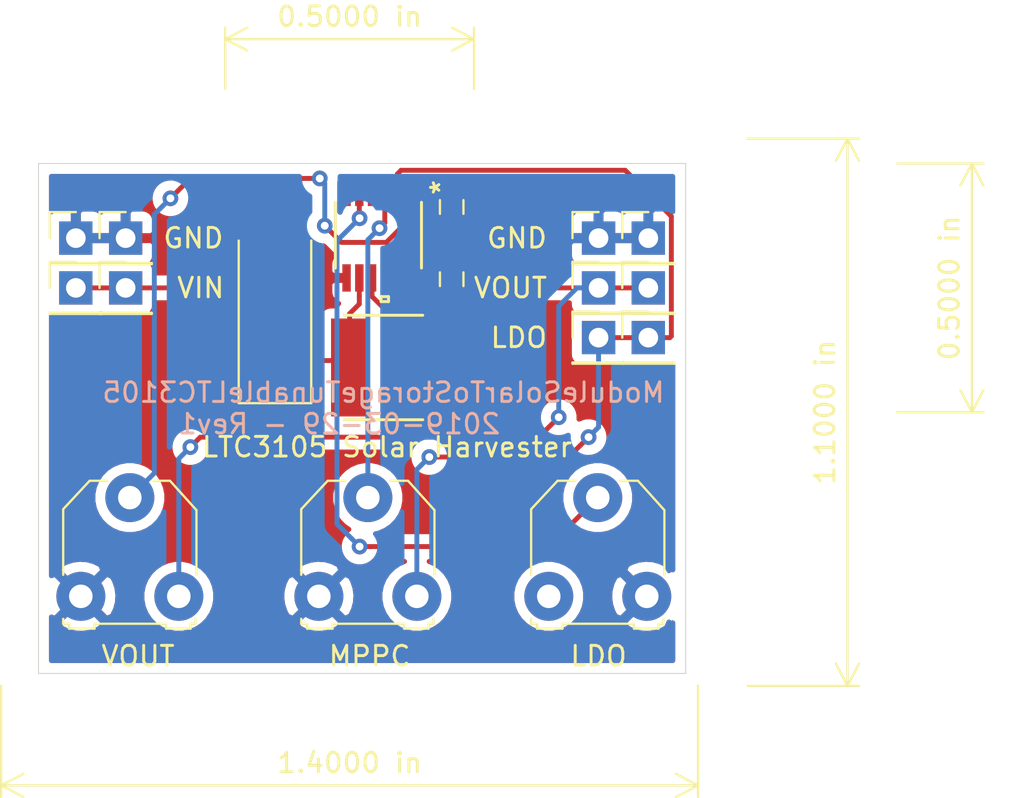
<source format=kicad_pcb>
(kicad_pcb (version 20171130) (host pcbnew "(5.1.0)-1")

  (general
    (thickness 1.6)
    (drawings 18)
    (tracks 90)
    (zones 0)
    (modules 18)
    (nets 10)
  )

  (page A4)
  (layers
    (0 F.Cu signal)
    (31 B.Cu signal)
    (32 B.Adhes user)
    (33 F.Adhes user)
    (34 B.Paste user)
    (35 F.Paste user)
    (36 B.SilkS user)
    (37 F.SilkS user)
    (38 B.Mask user)
    (39 F.Mask user)
    (40 Dwgs.User user)
    (41 Cmts.User user)
    (42 Eco1.User user)
    (43 Eco2.User user)
    (44 Edge.Cuts user)
    (45 Margin user)
    (46 B.CrtYd user)
    (47 F.CrtYd user)
    (48 B.Fab user)
    (49 F.Fab user)
  )

  (setup
    (last_trace_width 0.25)
    (trace_clearance 0.2)
    (zone_clearance 0.508)
    (zone_45_only no)
    (trace_min 0.2)
    (via_size 0.8)
    (via_drill 0.4)
    (via_min_size 0.4)
    (via_min_drill 0.3)
    (uvia_size 0.3)
    (uvia_drill 0.1)
    (uvias_allowed no)
    (uvia_min_size 0.2)
    (uvia_min_drill 0.1)
    (edge_width 0.05)
    (segment_width 0.2)
    (pcb_text_width 0.3)
    (pcb_text_size 1.5 1.5)
    (mod_edge_width 0.12)
    (mod_text_size 1 1)
    (mod_text_width 0.15)
    (pad_size 1.524 1.524)
    (pad_drill 0.762)
    (pad_to_mask_clearance 0.051)
    (solder_mask_min_width 0.25)
    (aux_axis_origin 0 0)
    (visible_elements 7FFFFFFF)
    (pcbplotparams
      (layerselection 0x010fc_ffffffff)
      (usegerberextensions false)
      (usegerberattributes false)
      (usegerberadvancedattributes false)
      (creategerberjobfile false)
      (excludeedgelayer true)
      (linewidth 0.100000)
      (plotframeref false)
      (viasonmask false)
      (mode 1)
      (useauxorigin false)
      (hpglpennumber 1)
      (hpglpenspeed 20)
      (hpglpendiameter 15.000000)
      (psnegative false)
      (psa4output false)
      (plotreference true)
      (plotvalue true)
      (plotinvisibletext false)
      (padsonsilk false)
      (subtractmaskfromsilk false)
      (outputformat 1)
      (mirror false)
      (drillshape 1)
      (scaleselection 1)
      (outputdirectory ""))
  )

  (net 0 "")
  (net 1 GND)
  (net 2 VOUT)
  (net 3 "Net-(C2-Pad1)")
  (net 4 VIN)
  (net 5 LDO)
  (net 6 "Net-(L1-Pad1)")
  (net 7 "Net-(RV1-Pad2)")
  (net 8 "Net-(RV2-Pad2)")
  (net 9 "Net-(RV3-Pad2)")

  (net_class Default "This is the default net class."
    (clearance 0.2)
    (trace_width 0.25)
    (via_dia 0.8)
    (via_drill 0.4)
    (uvia_dia 0.3)
    (uvia_drill 0.1)
    (add_net GND)
    (add_net LDO)
    (add_net "Net-(C2-Pad1)")
    (add_net "Net-(L1-Pad1)")
    (add_net "Net-(RV1-Pad2)")
    (add_net "Net-(RV2-Pad2)")
    (add_net "Net-(RV3-Pad2)")
    (add_net VIN)
    (add_net VOUT)
  )

  (module Socket_Strips:Socket_Strip_Straight_1x01_Pitch2.54mm (layer F.Cu) (tedit 58CD5446) (tstamp 5CA35358)
    (at 144.78 86.36)
    (descr "Through hole straight socket strip, 1x01, 2.54mm pitch, single row")
    (tags "Through hole socket strip THT 1x01 2.54mm single row")
    (path /5C9F144A)
    (fp_text reference J4 (at 0 -2.33) (layer F.SilkS) hide
      (effects (font (size 1 1) (thickness 0.15)))
    )
    (fp_text value LDO (at 0 2.33) (layer F.Fab)
      (effects (font (size 1 1) (thickness 0.15)))
    )
    (fp_text user %R (at 0 -2.33) (layer F.Fab)
      (effects (font (size 1 1) (thickness 0.15)))
    )
    (fp_line (start 1.8 -1.8) (end -1.8 -1.8) (layer F.CrtYd) (width 0.05))
    (fp_line (start 1.8 1.8) (end 1.8 -1.8) (layer F.CrtYd) (width 0.05))
    (fp_line (start -1.8 1.8) (end 1.8 1.8) (layer F.CrtYd) (width 0.05))
    (fp_line (start -1.8 -1.8) (end -1.8 1.8) (layer F.CrtYd) (width 0.05))
    (fp_line (start -1.33 -1.33) (end 0 -1.33) (layer F.SilkS) (width 0.12))
    (fp_line (start -1.33 0) (end -1.33 -1.33) (layer F.SilkS) (width 0.12))
    (fp_line (start 1.33 1.27) (end -1.33 1.27) (layer F.SilkS) (width 0.12))
    (fp_line (start 1.33 1.33) (end 1.33 1.27) (layer F.SilkS) (width 0.12))
    (fp_line (start -1.33 1.33) (end 1.33 1.33) (layer F.SilkS) (width 0.12))
    (fp_line (start -1.33 1.27) (end -1.33 1.33) (layer F.SilkS) (width 0.12))
    (fp_line (start 1.27 -1.27) (end -1.27 -1.27) (layer F.Fab) (width 0.1))
    (fp_line (start 1.27 1.27) (end 1.27 -1.27) (layer F.Fab) (width 0.1))
    (fp_line (start -1.27 1.27) (end 1.27 1.27) (layer F.Fab) (width 0.1))
    (fp_line (start -1.27 -1.27) (end -1.27 1.27) (layer F.Fab) (width 0.1))
    (pad 1 thru_hole rect (at 0 0) (size 1.7 1.7) (drill 1) (layers *.Cu *.Mask)
      (net 5 LDO))
    (model ${KISYS3DMOD}/Socket_Strips.3dshapes/Socket_Strip_Straight_1x01_Pitch2.54mm.wrl
      (at (xyz 0 0 0))
      (scale (xyz 1 1 1))
      (rotate (xyz 0 0 270))
    )
  )

  (module Socket_Strips:Socket_Strip_Straight_1x01_Pitch2.54mm (layer F.Cu) (tedit 58CD5446) (tstamp 5CA3531E)
    (at 144.78 83.82)
    (descr "Through hole straight socket strip, 1x01, 2.54mm pitch, single row")
    (tags "Through hole socket strip THT 1x01 2.54mm single row")
    (path /5C9F0DE5)
    (fp_text reference J3 (at 0 -2.33) (layer F.SilkS) hide
      (effects (font (size 1 1) (thickness 0.15)))
    )
    (fp_text value VOUT (at 0 2.33) (layer F.Fab)
      (effects (font (size 1 1) (thickness 0.15)))
    )
    (fp_line (start -1.27 -1.27) (end -1.27 1.27) (layer F.Fab) (width 0.1))
    (fp_line (start -1.27 1.27) (end 1.27 1.27) (layer F.Fab) (width 0.1))
    (fp_line (start 1.27 1.27) (end 1.27 -1.27) (layer F.Fab) (width 0.1))
    (fp_line (start 1.27 -1.27) (end -1.27 -1.27) (layer F.Fab) (width 0.1))
    (fp_line (start -1.33 1.27) (end -1.33 1.33) (layer F.SilkS) (width 0.12))
    (fp_line (start -1.33 1.33) (end 1.33 1.33) (layer F.SilkS) (width 0.12))
    (fp_line (start 1.33 1.33) (end 1.33 1.27) (layer F.SilkS) (width 0.12))
    (fp_line (start 1.33 1.27) (end -1.33 1.27) (layer F.SilkS) (width 0.12))
    (fp_line (start -1.33 0) (end -1.33 -1.33) (layer F.SilkS) (width 0.12))
    (fp_line (start -1.33 -1.33) (end 0 -1.33) (layer F.SilkS) (width 0.12))
    (fp_line (start -1.8 -1.8) (end -1.8 1.8) (layer F.CrtYd) (width 0.05))
    (fp_line (start -1.8 1.8) (end 1.8 1.8) (layer F.CrtYd) (width 0.05))
    (fp_line (start 1.8 1.8) (end 1.8 -1.8) (layer F.CrtYd) (width 0.05))
    (fp_line (start 1.8 -1.8) (end -1.8 -1.8) (layer F.CrtYd) (width 0.05))
    (fp_text user %R (at 0 -2.33) (layer F.Fab)
      (effects (font (size 1 1) (thickness 0.15)))
    )
    (pad 1 thru_hole rect (at 0 0) (size 1.7 1.7) (drill 1) (layers *.Cu *.Mask)
      (net 2 VOUT))
    (model ${KISYS3DMOD}/Socket_Strips.3dshapes/Socket_Strip_Straight_1x01_Pitch2.54mm.wrl
      (at (xyz 0 0 0))
      (scale (xyz 1 1 1))
      (rotate (xyz 0 0 270))
    )
  )

  (module Socket_Strips:Socket_Strip_Straight_1x01_Pitch2.54mm (layer F.Cu) (tedit 58CD5446) (tstamp 5CA352E4)
    (at 144.78 81.28)
    (descr "Through hole straight socket strip, 1x01, 2.54mm pitch, single row")
    (tags "Through hole socket strip THT 1x01 2.54mm single row")
    (path /5C9F17B6)
    (fp_text reference J5 (at 0 -2.33) (layer F.SilkS) hide
      (effects (font (size 1 1) (thickness 0.15)))
    )
    (fp_text value GND (at 0 2.33) (layer F.Fab)
      (effects (font (size 1 1) (thickness 0.15)))
    )
    (fp_line (start -1.27 -1.27) (end -1.27 1.27) (layer F.Fab) (width 0.1))
    (fp_line (start -1.27 1.27) (end 1.27 1.27) (layer F.Fab) (width 0.1))
    (fp_line (start 1.27 1.27) (end 1.27 -1.27) (layer F.Fab) (width 0.1))
    (fp_line (start 1.27 -1.27) (end -1.27 -1.27) (layer F.Fab) (width 0.1))
    (fp_line (start -1.33 1.27) (end -1.33 1.33) (layer F.SilkS) (width 0.12))
    (fp_line (start -1.33 1.33) (end 1.33 1.33) (layer F.SilkS) (width 0.12))
    (fp_line (start 1.33 1.33) (end 1.33 1.27) (layer F.SilkS) (width 0.12))
    (fp_line (start 1.33 1.27) (end -1.33 1.27) (layer F.SilkS) (width 0.12))
    (fp_line (start -1.33 0) (end -1.33 -1.33) (layer F.SilkS) (width 0.12))
    (fp_line (start -1.33 -1.33) (end 0 -1.33) (layer F.SilkS) (width 0.12))
    (fp_line (start -1.8 -1.8) (end -1.8 1.8) (layer F.CrtYd) (width 0.05))
    (fp_line (start -1.8 1.8) (end 1.8 1.8) (layer F.CrtYd) (width 0.05))
    (fp_line (start 1.8 1.8) (end 1.8 -1.8) (layer F.CrtYd) (width 0.05))
    (fp_line (start 1.8 -1.8) (end -1.8 -1.8) (layer F.CrtYd) (width 0.05))
    (fp_text user %R (at 0 -2.33) (layer F.Fab)
      (effects (font (size 1 1) (thickness 0.15)))
    )
    (pad 1 thru_hole rect (at 0 0) (size 1.7 1.7) (drill 1) (layers *.Cu *.Mask)
      (net 1 GND))
    (model ${KISYS3DMOD}/Socket_Strips.3dshapes/Socket_Strip_Straight_1x01_Pitch2.54mm.wrl
      (at (xyz 0 0 0))
      (scale (xyz 1 1 1))
      (rotate (xyz 0 0 270))
    )
  )

  (module Socket_Strips:Socket_Strip_Straight_1x01_Pitch2.54mm (layer F.Cu) (tedit 58CD5446) (tstamp 5CA352AA)
    (at 115.57 81.28)
    (descr "Through hole straight socket strip, 1x01, 2.54mm pitch, single row")
    (tags "Through hole socket strip THT 1x01 2.54mm single row")
    (path /5C9F06E2)
    (fp_text reference J2 (at 0 -2.33) (layer F.SilkS) hide
      (effects (font (size 1 1) (thickness 0.15)))
    )
    (fp_text value GND (at 0 2.33) (layer F.Fab)
      (effects (font (size 1 1) (thickness 0.15)))
    )
    (fp_text user %R (at 0 -2.33) (layer F.Fab)
      (effects (font (size 1 1) (thickness 0.15)))
    )
    (fp_line (start 1.8 -1.8) (end -1.8 -1.8) (layer F.CrtYd) (width 0.05))
    (fp_line (start 1.8 1.8) (end 1.8 -1.8) (layer F.CrtYd) (width 0.05))
    (fp_line (start -1.8 1.8) (end 1.8 1.8) (layer F.CrtYd) (width 0.05))
    (fp_line (start -1.8 -1.8) (end -1.8 1.8) (layer F.CrtYd) (width 0.05))
    (fp_line (start -1.33 -1.33) (end 0 -1.33) (layer F.SilkS) (width 0.12))
    (fp_line (start -1.33 0) (end -1.33 -1.33) (layer F.SilkS) (width 0.12))
    (fp_line (start 1.33 1.27) (end -1.33 1.27) (layer F.SilkS) (width 0.12))
    (fp_line (start 1.33 1.33) (end 1.33 1.27) (layer F.SilkS) (width 0.12))
    (fp_line (start -1.33 1.33) (end 1.33 1.33) (layer F.SilkS) (width 0.12))
    (fp_line (start -1.33 1.27) (end -1.33 1.33) (layer F.SilkS) (width 0.12))
    (fp_line (start 1.27 -1.27) (end -1.27 -1.27) (layer F.Fab) (width 0.1))
    (fp_line (start 1.27 1.27) (end 1.27 -1.27) (layer F.Fab) (width 0.1))
    (fp_line (start -1.27 1.27) (end 1.27 1.27) (layer F.Fab) (width 0.1))
    (fp_line (start -1.27 -1.27) (end -1.27 1.27) (layer F.Fab) (width 0.1))
    (pad 1 thru_hole rect (at 0 0) (size 1.7 1.7) (drill 1) (layers *.Cu *.Mask)
      (net 1 GND))
    (model ${KISYS3DMOD}/Socket_Strips.3dshapes/Socket_Strip_Straight_1x01_Pitch2.54mm.wrl
      (at (xyz 0 0 0))
      (scale (xyz 1 1 1))
      (rotate (xyz 0 0 270))
    )
  )

  (module Socket_Strips:Socket_Strip_Straight_1x01_Pitch2.54mm (layer F.Cu) (tedit 58CD5446) (tstamp 5CA35270)
    (at 115.57 83.82)
    (descr "Through hole straight socket strip, 1x01, 2.54mm pitch, single row")
    (tags "Through hole socket strip THT 1x01 2.54mm single row")
    (path /5C9F015F)
    (fp_text reference J1 (at 0 -2.33) (layer F.SilkS) hide
      (effects (font (size 1 1) (thickness 0.15)))
    )
    (fp_text value VIN (at 0 2.33) (layer F.Fab)
      (effects (font (size 1 1) (thickness 0.15)))
    )
    (fp_line (start -1.27 -1.27) (end -1.27 1.27) (layer F.Fab) (width 0.1))
    (fp_line (start -1.27 1.27) (end 1.27 1.27) (layer F.Fab) (width 0.1))
    (fp_line (start 1.27 1.27) (end 1.27 -1.27) (layer F.Fab) (width 0.1))
    (fp_line (start 1.27 -1.27) (end -1.27 -1.27) (layer F.Fab) (width 0.1))
    (fp_line (start -1.33 1.27) (end -1.33 1.33) (layer F.SilkS) (width 0.12))
    (fp_line (start -1.33 1.33) (end 1.33 1.33) (layer F.SilkS) (width 0.12))
    (fp_line (start 1.33 1.33) (end 1.33 1.27) (layer F.SilkS) (width 0.12))
    (fp_line (start 1.33 1.27) (end -1.33 1.27) (layer F.SilkS) (width 0.12))
    (fp_line (start -1.33 0) (end -1.33 -1.33) (layer F.SilkS) (width 0.12))
    (fp_line (start -1.33 -1.33) (end 0 -1.33) (layer F.SilkS) (width 0.12))
    (fp_line (start -1.8 -1.8) (end -1.8 1.8) (layer F.CrtYd) (width 0.05))
    (fp_line (start -1.8 1.8) (end 1.8 1.8) (layer F.CrtYd) (width 0.05))
    (fp_line (start 1.8 1.8) (end 1.8 -1.8) (layer F.CrtYd) (width 0.05))
    (fp_line (start 1.8 -1.8) (end -1.8 -1.8) (layer F.CrtYd) (width 0.05))
    (fp_text user %R (at 0 -2.33) (layer F.Fab)
      (effects (font (size 1 1) (thickness 0.15)))
    )
    (pad 1 thru_hole rect (at 0 0) (size 1.7 1.7) (drill 1) (layers *.Cu *.Mask)
      (net 4 VIN))
    (model ${KISYS3DMOD}/Socket_Strips.3dshapes/Socket_Strip_Straight_1x01_Pitch2.54mm.wrl
      (at (xyz 0 0 0))
      (scale (xyz 1 1 1))
      (rotate (xyz 0 0 270))
    )
  )

  (module Capacitors_SMD:C_0603_HandSoldering (layer F.Cu) (tedit 58AA848B) (tstamp 5CA211D5)
    (at 134.747 83.378 90)
    (descr "Capacitor SMD 0603, hand soldering")
    (tags "capacitor 0603")
    (path /5C9A8ECB)
    (attr smd)
    (fp_text reference C1 (at 0 -1.25 90) (layer F.SilkS) hide
      (effects (font (size 1 1) (thickness 0.15)))
    )
    (fp_text value ??uF (at 0 1.5 90) (layer F.Fab)
      (effects (font (size 1 1) (thickness 0.15)))
    )
    (fp_line (start 1.8 0.65) (end -1.8 0.65) (layer F.CrtYd) (width 0.05))
    (fp_line (start 1.8 0.65) (end 1.8 -0.65) (layer F.CrtYd) (width 0.05))
    (fp_line (start -1.8 -0.65) (end -1.8 0.65) (layer F.CrtYd) (width 0.05))
    (fp_line (start -1.8 -0.65) (end 1.8 -0.65) (layer F.CrtYd) (width 0.05))
    (fp_line (start 0.35 0.6) (end -0.35 0.6) (layer F.SilkS) (width 0.12))
    (fp_line (start -0.35 -0.6) (end 0.35 -0.6) (layer F.SilkS) (width 0.12))
    (fp_line (start -0.8 -0.4) (end 0.8 -0.4) (layer F.Fab) (width 0.1))
    (fp_line (start 0.8 -0.4) (end 0.8 0.4) (layer F.Fab) (width 0.1))
    (fp_line (start 0.8 0.4) (end -0.8 0.4) (layer F.Fab) (width 0.1))
    (fp_line (start -0.8 0.4) (end -0.8 -0.4) (layer F.Fab) (width 0.1))
    (fp_text user %R (at 0 -1.25 90) (layer F.Fab)
      (effects (font (size 1 1) (thickness 0.15)))
    )
    (pad 2 smd rect (at 0.95 0 90) (size 1.2 0.75) (layers F.Cu F.Paste F.Mask)
      (net 1 GND))
    (pad 1 smd rect (at -0.95 0 90) (size 1.2 0.75) (layers F.Cu F.Paste F.Mask)
      (net 2 VOUT))
    (model Capacitors_SMD.3dshapes/C_0603.wrl
      (at (xyz 0 0 0))
      (scale (xyz 1 1 1))
      (rotate (xyz 0 0 0))
    )
  )

  (module Capacitors_SMD:C_0603_HandSoldering (layer F.Cu) (tedit 58AA848B) (tstamp 5CA33B4D)
    (at 134.747 79.69 90)
    (descr "Capacitor SMD 0603, hand soldering")
    (tags "capacitor 0603")
    (path /5C999D0F)
    (attr smd)
    (fp_text reference C2 (at 0 -1.25 90) (layer F.SilkS) hide
      (effects (font (size 1 1) (thickness 0.15)))
    )
    (fp_text value 1uF (at 0 1.5 90) (layer F.Fab)
      (effects (font (size 1 1) (thickness 0.15)))
    )
    (fp_line (start 1.8 0.65) (end -1.8 0.65) (layer F.CrtYd) (width 0.05))
    (fp_line (start 1.8 0.65) (end 1.8 -0.65) (layer F.CrtYd) (width 0.05))
    (fp_line (start -1.8 -0.65) (end -1.8 0.65) (layer F.CrtYd) (width 0.05))
    (fp_line (start -1.8 -0.65) (end 1.8 -0.65) (layer F.CrtYd) (width 0.05))
    (fp_line (start 0.35 0.6) (end -0.35 0.6) (layer F.SilkS) (width 0.12))
    (fp_line (start -0.35 -0.6) (end 0.35 -0.6) (layer F.SilkS) (width 0.12))
    (fp_line (start -0.8 -0.4) (end 0.8 -0.4) (layer F.Fab) (width 0.1))
    (fp_line (start 0.8 -0.4) (end 0.8 0.4) (layer F.Fab) (width 0.1))
    (fp_line (start 0.8 0.4) (end -0.8 0.4) (layer F.Fab) (width 0.1))
    (fp_line (start -0.8 0.4) (end -0.8 -0.4) (layer F.Fab) (width 0.1))
    (fp_text user %R (at 0 -1.25 90) (layer F.Fab)
      (effects (font (size 1 1) (thickness 0.15)))
    )
    (pad 2 smd rect (at 0.95 0 90) (size 1.2 0.75) (layers F.Cu F.Paste F.Mask)
      (net 1 GND))
    (pad 1 smd rect (at -0.95 0 90) (size 1.2 0.75) (layers F.Cu F.Paste F.Mask)
      (net 3 "Net-(C2-Pad1)"))
    (model Capacitors_SMD.3dshapes/C_0603.wrl
      (at (xyz 0 0 0))
      (scale (xyz 1 1 1))
      (rotate (xyz 0 0 0))
    )
  )

  (module Socket_Strips:Socket_Strip_Straight_1x01_Pitch2.54mm (layer F.Cu) (tedit 58CD5446) (tstamp 5CA34EFF)
    (at 118.11 83.82)
    (descr "Through hole straight socket strip, 1x01, 2.54mm pitch, single row")
    (tags "Through hole socket strip THT 1x01 2.54mm single row")
    (path /5C9F015F)
    (fp_text reference J1 (at 0 -2.33) (layer F.SilkS) hide
      (effects (font (size 1 1) (thickness 0.15)))
    )
    (fp_text value VIN (at 0 2.33) (layer F.Fab)
      (effects (font (size 1 1) (thickness 0.15)))
    )
    (fp_text user %R (at 0 -2.33) (layer F.Fab)
      (effects (font (size 1 1) (thickness 0.15)))
    )
    (fp_line (start 1.8 -1.8) (end -1.8 -1.8) (layer F.CrtYd) (width 0.05))
    (fp_line (start 1.8 1.8) (end 1.8 -1.8) (layer F.CrtYd) (width 0.05))
    (fp_line (start -1.8 1.8) (end 1.8 1.8) (layer F.CrtYd) (width 0.05))
    (fp_line (start -1.8 -1.8) (end -1.8 1.8) (layer F.CrtYd) (width 0.05))
    (fp_line (start -1.33 -1.33) (end 0 -1.33) (layer F.SilkS) (width 0.12))
    (fp_line (start -1.33 0) (end -1.33 -1.33) (layer F.SilkS) (width 0.12))
    (fp_line (start 1.33 1.27) (end -1.33 1.27) (layer F.SilkS) (width 0.12))
    (fp_line (start 1.33 1.33) (end 1.33 1.27) (layer F.SilkS) (width 0.12))
    (fp_line (start -1.33 1.33) (end 1.33 1.33) (layer F.SilkS) (width 0.12))
    (fp_line (start -1.33 1.27) (end -1.33 1.33) (layer F.SilkS) (width 0.12))
    (fp_line (start 1.27 -1.27) (end -1.27 -1.27) (layer F.Fab) (width 0.1))
    (fp_line (start 1.27 1.27) (end 1.27 -1.27) (layer F.Fab) (width 0.1))
    (fp_line (start -1.27 1.27) (end 1.27 1.27) (layer F.Fab) (width 0.1))
    (fp_line (start -1.27 -1.27) (end -1.27 1.27) (layer F.Fab) (width 0.1))
    (pad 1 thru_hole rect (at 0 0) (size 1.7 1.7) (drill 1) (layers *.Cu *.Mask)
      (net 4 VIN))
    (model ${KISYS3DMOD}/Socket_Strips.3dshapes/Socket_Strip_Straight_1x01_Pitch2.54mm.wrl
      (at (xyz 0 0 0))
      (scale (xyz 1 1 1))
      (rotate (xyz 0 0 270))
    )
  )

  (module Socket_Strips:Socket_Strip_Straight_1x01_Pitch2.54mm (layer F.Cu) (tedit 58CD5446) (tstamp 5CA2121F)
    (at 118.11 81.28)
    (descr "Through hole straight socket strip, 1x01, 2.54mm pitch, single row")
    (tags "Through hole socket strip THT 1x01 2.54mm single row")
    (path /5C9F06E2)
    (fp_text reference J2 (at 0 -2.33) (layer F.SilkS) hide
      (effects (font (size 1 1) (thickness 0.15)))
    )
    (fp_text value GND (at 0 2.33) (layer F.Fab)
      (effects (font (size 1 1) (thickness 0.15)))
    )
    (fp_line (start -1.27 -1.27) (end -1.27 1.27) (layer F.Fab) (width 0.1))
    (fp_line (start -1.27 1.27) (end 1.27 1.27) (layer F.Fab) (width 0.1))
    (fp_line (start 1.27 1.27) (end 1.27 -1.27) (layer F.Fab) (width 0.1))
    (fp_line (start 1.27 -1.27) (end -1.27 -1.27) (layer F.Fab) (width 0.1))
    (fp_line (start -1.33 1.27) (end -1.33 1.33) (layer F.SilkS) (width 0.12))
    (fp_line (start -1.33 1.33) (end 1.33 1.33) (layer F.SilkS) (width 0.12))
    (fp_line (start 1.33 1.33) (end 1.33 1.27) (layer F.SilkS) (width 0.12))
    (fp_line (start 1.33 1.27) (end -1.33 1.27) (layer F.SilkS) (width 0.12))
    (fp_line (start -1.33 0) (end -1.33 -1.33) (layer F.SilkS) (width 0.12))
    (fp_line (start -1.33 -1.33) (end 0 -1.33) (layer F.SilkS) (width 0.12))
    (fp_line (start -1.8 -1.8) (end -1.8 1.8) (layer F.CrtYd) (width 0.05))
    (fp_line (start -1.8 1.8) (end 1.8 1.8) (layer F.CrtYd) (width 0.05))
    (fp_line (start 1.8 1.8) (end 1.8 -1.8) (layer F.CrtYd) (width 0.05))
    (fp_line (start 1.8 -1.8) (end -1.8 -1.8) (layer F.CrtYd) (width 0.05))
    (fp_text user %R (at 0 -2.33) (layer F.Fab)
      (effects (font (size 1 1) (thickness 0.15)))
    )
    (pad 1 thru_hole rect (at 0 0) (size 1.7 1.7) (drill 1) (layers *.Cu *.Mask)
      (net 1 GND))
    (model ${KISYS3DMOD}/Socket_Strips.3dshapes/Socket_Strip_Straight_1x01_Pitch2.54mm.wrl
      (at (xyz 0 0 0))
      (scale (xyz 1 1 1))
      (rotate (xyz 0 0 270))
    )
  )

  (module Socket_Strips:Socket_Strip_Straight_1x01_Pitch2.54mm (layer F.Cu) (tedit 58CD5446) (tstamp 5CA351B7)
    (at 142.24 83.82)
    (descr "Through hole straight socket strip, 1x01, 2.54mm pitch, single row")
    (tags "Through hole socket strip THT 1x01 2.54mm single row")
    (path /5C9F0DE5)
    (fp_text reference J3 (at 0 -2.33) (layer F.SilkS) hide
      (effects (font (size 1 1) (thickness 0.15)))
    )
    (fp_text value VOUT (at 0 2.33) (layer F.Fab)
      (effects (font (size 1 1) (thickness 0.15)))
    )
    (fp_text user %R (at 0 -2.33) (layer F.Fab)
      (effects (font (size 1 1) (thickness 0.15)))
    )
    (fp_line (start 1.8 -1.8) (end -1.8 -1.8) (layer F.CrtYd) (width 0.05))
    (fp_line (start 1.8 1.8) (end 1.8 -1.8) (layer F.CrtYd) (width 0.05))
    (fp_line (start -1.8 1.8) (end 1.8 1.8) (layer F.CrtYd) (width 0.05))
    (fp_line (start -1.8 -1.8) (end -1.8 1.8) (layer F.CrtYd) (width 0.05))
    (fp_line (start -1.33 -1.33) (end 0 -1.33) (layer F.SilkS) (width 0.12))
    (fp_line (start -1.33 0) (end -1.33 -1.33) (layer F.SilkS) (width 0.12))
    (fp_line (start 1.33 1.27) (end -1.33 1.27) (layer F.SilkS) (width 0.12))
    (fp_line (start 1.33 1.33) (end 1.33 1.27) (layer F.SilkS) (width 0.12))
    (fp_line (start -1.33 1.33) (end 1.33 1.33) (layer F.SilkS) (width 0.12))
    (fp_line (start -1.33 1.27) (end -1.33 1.33) (layer F.SilkS) (width 0.12))
    (fp_line (start 1.27 -1.27) (end -1.27 -1.27) (layer F.Fab) (width 0.1))
    (fp_line (start 1.27 1.27) (end 1.27 -1.27) (layer F.Fab) (width 0.1))
    (fp_line (start -1.27 1.27) (end 1.27 1.27) (layer F.Fab) (width 0.1))
    (fp_line (start -1.27 -1.27) (end -1.27 1.27) (layer F.Fab) (width 0.1))
    (pad 1 thru_hole rect (at 0 0) (size 1.7 1.7) (drill 1) (layers *.Cu *.Mask)
      (net 2 VOUT))
    (model ${KISYS3DMOD}/Socket_Strips.3dshapes/Socket_Strip_Straight_1x01_Pitch2.54mm.wrl
      (at (xyz 0 0 0))
      (scale (xyz 1 1 1))
      (rotate (xyz 0 0 270))
    )
  )

  (module Socket_Strips:Socket_Strip_Straight_1x01_Pitch2.54mm (layer F.Cu) (tedit 58CD5446) (tstamp 5CA35229)
    (at 142.24 86.36)
    (descr "Through hole straight socket strip, 1x01, 2.54mm pitch, single row")
    (tags "Through hole socket strip THT 1x01 2.54mm single row")
    (path /5C9F144A)
    (fp_text reference J4 (at 0 -2.33) (layer F.SilkS) hide
      (effects (font (size 1 1) (thickness 0.15)))
    )
    (fp_text value LDO (at 0 2.33) (layer F.Fab)
      (effects (font (size 1 1) (thickness 0.15)))
    )
    (fp_line (start -1.27 -1.27) (end -1.27 1.27) (layer F.Fab) (width 0.1))
    (fp_line (start -1.27 1.27) (end 1.27 1.27) (layer F.Fab) (width 0.1))
    (fp_line (start 1.27 1.27) (end 1.27 -1.27) (layer F.Fab) (width 0.1))
    (fp_line (start 1.27 -1.27) (end -1.27 -1.27) (layer F.Fab) (width 0.1))
    (fp_line (start -1.33 1.27) (end -1.33 1.33) (layer F.SilkS) (width 0.12))
    (fp_line (start -1.33 1.33) (end 1.33 1.33) (layer F.SilkS) (width 0.12))
    (fp_line (start 1.33 1.33) (end 1.33 1.27) (layer F.SilkS) (width 0.12))
    (fp_line (start 1.33 1.27) (end -1.33 1.27) (layer F.SilkS) (width 0.12))
    (fp_line (start -1.33 0) (end -1.33 -1.33) (layer F.SilkS) (width 0.12))
    (fp_line (start -1.33 -1.33) (end 0 -1.33) (layer F.SilkS) (width 0.12))
    (fp_line (start -1.8 -1.8) (end -1.8 1.8) (layer F.CrtYd) (width 0.05))
    (fp_line (start -1.8 1.8) (end 1.8 1.8) (layer F.CrtYd) (width 0.05))
    (fp_line (start 1.8 1.8) (end 1.8 -1.8) (layer F.CrtYd) (width 0.05))
    (fp_line (start 1.8 -1.8) (end -1.8 -1.8) (layer F.CrtYd) (width 0.05))
    (fp_text user %R (at 0 -2.33) (layer F.Fab)
      (effects (font (size 1 1) (thickness 0.15)))
    )
    (pad 1 thru_hole rect (at 0 0) (size 1.7 1.7) (drill 1) (layers *.Cu *.Mask)
      (net 5 LDO))
    (model ${KISYS3DMOD}/Socket_Strips.3dshapes/Socket_Strip_Straight_1x01_Pitch2.54mm.wrl
      (at (xyz 0 0 0))
      (scale (xyz 1 1 1))
      (rotate (xyz 0 0 270))
    )
  )

  (module Socket_Strips:Socket_Strip_Straight_1x01_Pitch2.54mm (layer F.Cu) (tedit 58CD5446) (tstamp 5CA351F0)
    (at 142.24 81.28)
    (descr "Through hole straight socket strip, 1x01, 2.54mm pitch, single row")
    (tags "Through hole socket strip THT 1x01 2.54mm single row")
    (path /5C9F17B6)
    (fp_text reference J5 (at 0 -2.33) (layer F.SilkS) hide
      (effects (font (size 1 1) (thickness 0.15)))
    )
    (fp_text value GND (at 0 2.33) (layer F.Fab)
      (effects (font (size 1 1) (thickness 0.15)))
    )
    (fp_text user %R (at 0 -2.33) (layer F.Fab)
      (effects (font (size 1 1) (thickness 0.15)))
    )
    (fp_line (start 1.8 -1.8) (end -1.8 -1.8) (layer F.CrtYd) (width 0.05))
    (fp_line (start 1.8 1.8) (end 1.8 -1.8) (layer F.CrtYd) (width 0.05))
    (fp_line (start -1.8 1.8) (end 1.8 1.8) (layer F.CrtYd) (width 0.05))
    (fp_line (start -1.8 -1.8) (end -1.8 1.8) (layer F.CrtYd) (width 0.05))
    (fp_line (start -1.33 -1.33) (end 0 -1.33) (layer F.SilkS) (width 0.12))
    (fp_line (start -1.33 0) (end -1.33 -1.33) (layer F.SilkS) (width 0.12))
    (fp_line (start 1.33 1.27) (end -1.33 1.27) (layer F.SilkS) (width 0.12))
    (fp_line (start 1.33 1.33) (end 1.33 1.27) (layer F.SilkS) (width 0.12))
    (fp_line (start -1.33 1.33) (end 1.33 1.33) (layer F.SilkS) (width 0.12))
    (fp_line (start -1.33 1.27) (end -1.33 1.33) (layer F.SilkS) (width 0.12))
    (fp_line (start 1.27 -1.27) (end -1.27 -1.27) (layer F.Fab) (width 0.1))
    (fp_line (start 1.27 1.27) (end 1.27 -1.27) (layer F.Fab) (width 0.1))
    (fp_line (start -1.27 1.27) (end 1.27 1.27) (layer F.Fab) (width 0.1))
    (fp_line (start -1.27 -1.27) (end -1.27 1.27) (layer F.Fab) (width 0.1))
    (pad 1 thru_hole rect (at 0 0) (size 1.7 1.7) (drill 1) (layers *.Cu *.Mask)
      (net 1 GND))
    (model ${KISYS3DMOD}/Socket_Strips.3dshapes/Socket_Strip_Straight_1x01_Pitch2.54mm.wrl
      (at (xyz 0 0 0))
      (scale (xyz 1 1 1))
      (rotate (xyz 0 0 270))
    )
  )

  (module CustomFootprintLibrary:coilcraft-MSS5131-103 (layer F.Cu) (tedit 5C6B6168) (tstamp 5CA21263)
    (at 131.27 87.884 180)
    (path /5C99AE0D)
    (fp_text reference L1 (at 0 3.429 180) (layer F.Fab)
      (effects (font (size 1 1) (thickness 0.15)))
    )
    (fp_text value 10uH (at 0 -3.302 180) (layer F.Fab)
      (effects (font (size 1 1) (thickness 0.15)))
    )
    (fp_line (start -2 -2.667) (end 2 -2.667) (layer F.SilkS) (width 0.15))
    (fp_line (start -2 2.667) (end 2 2.667) (layer F.SilkS) (width 0.15))
    (pad 1 smd rect (at -1.73 0 180) (size 1.9 5) (layers F.Cu F.Paste F.Mask)
      (net 6 "Net-(L1-Pad1)"))
    (pad 2 smd rect (at 1.73 0 180) (size 1.9 5) (layers F.Cu F.Paste F.Mask)
      (net 4 VIN))
  )

  (module Potentiometers:Potentiometer_Triwood_RM-065 (layer F.Cu) (tedit 5882291E) (tstamp 5CA34381)
    (at 127.969 99.568)
    (descr "Potentiometer, Trimmer, RM-065")
    (tags "Potentiometer Trimmer RM-065")
    (path /5C998A35)
    (fp_text reference RV1 (at -2.1 -2.5 90) (layer F.SilkS) hide
      (effects (font (size 1 1) (thickness 0.15)))
    )
    (fp_text value 500k (at 7.5 -2.5 90) (layer F.Fab)
      (effects (font (size 1 1) (thickness 0.15)))
    )
    (fp_arc (start 2.5 -2.5) (end 1.1 -1.61) (angle 90) (layer F.Fab) (width 0.1))
    (fp_arc (start 2.5 -2.5) (end 3.39 -3.9) (angle 90) (layer F.Fab) (width 0.1))
    (fp_arc (start 2.5 -2.5) (end 2.63 -0.85) (angle 90) (layer F.Fab) (width 0.1))
    (fp_arc (start 2.5 -2.5) (end 4.15 -2.25) (angle 90) (layer F.Fab) (width 0.1))
    (fp_circle (center 2.5 -2.5) (end 4.7 -0.2) (layer F.Fab) (width 0.1))
    (fp_line (start 6.5 1.81) (end -1.5 1.81) (layer F.CrtYd) (width 0.05))
    (fp_line (start 6.5 1.81) (end 6.5 -6.54) (layer F.CrtYd) (width 0.05))
    (fp_line (start -1.5 -6.54) (end -1.5 1.81) (layer F.CrtYd) (width 0.05))
    (fp_line (start -1.5 -6.54) (end 6.5 -6.54) (layer F.CrtYd) (width 0.05))
    (fp_line (start -0.8 1.31) (end 5.8 1.31) (layer F.Fab) (width 0.1))
    (fp_line (start 0.59 1.56) (end 0.59 1.31) (layer F.Fab) (width 0.1))
    (fp_line (start -0.55 1.56) (end 0.59 1.56) (layer F.Fab) (width 0.1))
    (fp_line (start -0.55 1.31) (end -0.55 1.56) (layer F.Fab) (width 0.1))
    (fp_line (start 4.4 1.56) (end 4.4 1.31) (layer F.Fab) (width 0.1))
    (fp_line (start 5.55 1.56) (end 4.4 1.56) (layer F.Fab) (width 0.1))
    (fp_line (start 5.55 1.31) (end 5.55 1.56) (layer F.Fab) (width 0.1))
    (fp_line (start 5.8 -4.4) (end 5.8 -2.5) (layer F.Fab) (width 0.1))
    (fp_line (start 4.53 -5.8) (end 5.8 -4.4) (layer F.Fab) (width 0.1))
    (fp_line (start -0.8 -4.4) (end -0.8 -2.5) (layer F.Fab) (width 0.1))
    (fp_line (start 0.47 -5.8) (end -0.8 -4.4) (layer F.Fab) (width 0.1))
    (fp_line (start 3.01 -2.88) (end 1.99 -2.88) (layer F.Fab) (width 0.1))
    (fp_line (start 3.01 -2.12) (end 3.01 -2.88) (layer F.Fab) (width 0.1))
    (fp_line (start 1.99 -2.12) (end 3.01 -2.12) (layer F.Fab) (width 0.1))
    (fp_line (start 1.99 -2.88) (end 1.99 -2.12) (layer F.Fab) (width 0.1))
    (fp_line (start 2.25 -2.12) (end 2.25 -0.85) (layer F.Fab) (width 0.1))
    (fp_line (start 2.75 -2.12) (end 2.75 -0.85) (layer F.Fab) (width 0.1))
    (fp_line (start 1.99 -2.75) (end 0.85 -2.75) (layer F.Fab) (width 0.1))
    (fp_line (start 1.99 -2.25) (end 0.85 -2.25) (layer F.Fab) (width 0.1))
    (fp_line (start 3.01 -2.75) (end 4.15 -2.75) (layer F.Fab) (width 0.1))
    (fp_line (start 3.01 -2.25) (end 4.15 -2.25) (layer F.Fab) (width 0.1))
    (fp_line (start 0.34 -2.12) (end 0.85 -2.12) (layer F.Fab) (width 0.1))
    (fp_line (start 0.34 -2.88) (end 0.34 -2.12) (layer F.Fab) (width 0.1))
    (fp_line (start 0.85 -2.88) (end 0.34 -2.88) (layer F.Fab) (width 0.1))
    (fp_line (start 4.66 -2.12) (end 4.15 -2.12) (layer F.Fab) (width 0.1))
    (fp_line (start 4.66 -2.88) (end 4.66 -2.12) (layer F.Fab) (width 0.1))
    (fp_line (start 4.15 -2.88) (end 4.66 -2.88) (layer F.Fab) (width 0.1))
    (fp_line (start 1.36 -5.8) (end 0.47 -5.8) (layer F.Fab) (width 0.1))
    (fp_line (start 4.53 -5.8) (end 3.64 -5.8) (layer F.Fab) (width 0.1))
    (fp_line (start 1.23 -0.47) (end 3.77 -0.47) (layer F.Fab) (width 0.1))
    (fp_line (start 5.8 -2.5) (end 5.8 -1.1) (layer F.Fab) (width 0.1))
    (fp_line (start 5.8 1.31) (end 5.8 1.18) (layer F.Fab) (width 0.1))
    (fp_line (start -0.8 -2.5) (end -0.8 -1.1) (layer F.Fab) (width 0.1))
    (fp_line (start -0.8 1.31) (end -0.8 1.18) (layer F.Fab) (width 0.1))
    (fp_line (start 2.75 -2.88) (end 2.75 -3.64) (layer F.Fab) (width 0.1))
    (fp_line (start 2.25 -2.88) (end 2.25 -3.64) (layer F.Fab) (width 0.1))
    (fp_line (start -0.8 -1.1) (end -0.8 1.2) (layer F.Fab) (width 0.1))
    (fp_line (start 5.8 1.2) (end 5.8 -1.15) (layer F.Fab) (width 0.1))
    (fp_line (start 0.45 -5.9) (end 1.35 -5.9) (layer F.SilkS) (width 0.12))
    (fp_line (start -0.9 -4.45) (end 0.45 -5.9) (layer F.SilkS) (width 0.12))
    (fp_line (start -0.9 -1.1) (end -0.9 -4.45) (layer F.SilkS) (width 0.12))
    (fp_line (start 5.9 -4.4) (end 5.9 -1.1) (layer F.SilkS) (width 0.12))
    (fp_line (start 4.55 -5.9) (end 5.9 -4.4) (layer F.SilkS) (width 0.12))
    (fp_line (start 3.65 -5.9) (end 4.55 -5.9) (layer F.SilkS) (width 0.12))
    (fp_line (start -0.9 1.4) (end -0.9 1.15) (layer F.SilkS) (width 0.12))
    (fp_line (start -0.6 1.4) (end -0.9 1.4) (layer F.SilkS) (width 0.12))
    (fp_line (start -0.6 1.65) (end -0.6 1.4) (layer F.SilkS) (width 0.12))
    (fp_line (start 0.7 1.65) (end -0.6 1.65) (layer F.SilkS) (width 0.12))
    (fp_line (start 0.7 1.4) (end 0.7 1.65) (layer F.SilkS) (width 0.12))
    (fp_line (start 4.35 1.4) (end 0.7 1.4) (layer F.SilkS) (width 0.12))
    (fp_line (start 4.35 1.65) (end 4.35 1.4) (layer F.SilkS) (width 0.12))
    (fp_line (start 5.6 1.65) (end 4.35 1.65) (layer F.SilkS) (width 0.12))
    (fp_line (start 5.6 1.4) (end 5.6 1.65) (layer F.SilkS) (width 0.12))
    (fp_line (start 5.85 1.4) (end 5.6 1.4) (layer F.SilkS) (width 0.12))
    (fp_line (start 5.85 1.15) (end 5.85 1.4) (layer F.SilkS) (width 0.12))
    (pad 1 thru_hole circle (at 0 0) (size 2.5 2.5) (drill 1.2) (layers *.Cu *.Mask)
      (net 1 GND))
    (pad 3 thru_hole circle (at 5 0) (size 2.5 2.5) (drill 1.2) (layers *.Cu *.Mask)
      (net 5 LDO))
    (pad 2 thru_hole circle (at 2.5 -5.04) (size 2.5 2.5) (drill 1.2) (layers *.Cu *.Mask)
      (net 7 "Net-(RV1-Pad2)"))
    (model Potentiometers.3dshapes/Potentiometer_Triwood_RM-065.wrl
      (at (xyz 0 0 0))
      (scale (xyz 4 4 4))
      (rotate (xyz 0 0 0))
    )
  )

  (module Potentiometers:Potentiometer_Triwood_RM-065 (layer F.Cu) (tedit 5882291E) (tstamp 5CA34981)
    (at 115.824 99.568)
    (descr "Potentiometer, Trimmer, RM-065")
    (tags "Potentiometer Trimmer RM-065")
    (path /5C998620)
    (fp_text reference RV2 (at -2.1 -2.5 90) (layer F.SilkS) hide
      (effects (font (size 1 1) (thickness 0.15)))
    )
    (fp_text value 500k (at 7.5 -2.5 90) (layer F.Fab)
      (effects (font (size 1 1) (thickness 0.15)))
    )
    (fp_line (start 5.85 1.15) (end 5.85 1.4) (layer F.SilkS) (width 0.12))
    (fp_line (start 5.85 1.4) (end 5.6 1.4) (layer F.SilkS) (width 0.12))
    (fp_line (start 5.6 1.4) (end 5.6 1.65) (layer F.SilkS) (width 0.12))
    (fp_line (start 5.6 1.65) (end 4.35 1.65) (layer F.SilkS) (width 0.12))
    (fp_line (start 4.35 1.65) (end 4.35 1.4) (layer F.SilkS) (width 0.12))
    (fp_line (start 4.35 1.4) (end 0.7 1.4) (layer F.SilkS) (width 0.12))
    (fp_line (start 0.7 1.4) (end 0.7 1.65) (layer F.SilkS) (width 0.12))
    (fp_line (start 0.7 1.65) (end -0.6 1.65) (layer F.SilkS) (width 0.12))
    (fp_line (start -0.6 1.65) (end -0.6 1.4) (layer F.SilkS) (width 0.12))
    (fp_line (start -0.6 1.4) (end -0.9 1.4) (layer F.SilkS) (width 0.12))
    (fp_line (start -0.9 1.4) (end -0.9 1.15) (layer F.SilkS) (width 0.12))
    (fp_line (start 3.65 -5.9) (end 4.55 -5.9) (layer F.SilkS) (width 0.12))
    (fp_line (start 4.55 -5.9) (end 5.9 -4.4) (layer F.SilkS) (width 0.12))
    (fp_line (start 5.9 -4.4) (end 5.9 -1.1) (layer F.SilkS) (width 0.12))
    (fp_line (start -0.9 -1.1) (end -0.9 -4.45) (layer F.SilkS) (width 0.12))
    (fp_line (start -0.9 -4.45) (end 0.45 -5.9) (layer F.SilkS) (width 0.12))
    (fp_line (start 0.45 -5.9) (end 1.35 -5.9) (layer F.SilkS) (width 0.12))
    (fp_line (start 5.8 1.2) (end 5.8 -1.15) (layer F.Fab) (width 0.1))
    (fp_line (start -0.8 -1.1) (end -0.8 1.2) (layer F.Fab) (width 0.1))
    (fp_line (start 2.25 -2.88) (end 2.25 -3.64) (layer F.Fab) (width 0.1))
    (fp_line (start 2.75 -2.88) (end 2.75 -3.64) (layer F.Fab) (width 0.1))
    (fp_line (start -0.8 1.31) (end -0.8 1.18) (layer F.Fab) (width 0.1))
    (fp_line (start -0.8 -2.5) (end -0.8 -1.1) (layer F.Fab) (width 0.1))
    (fp_line (start 5.8 1.31) (end 5.8 1.18) (layer F.Fab) (width 0.1))
    (fp_line (start 5.8 -2.5) (end 5.8 -1.1) (layer F.Fab) (width 0.1))
    (fp_line (start 1.23 -0.47) (end 3.77 -0.47) (layer F.Fab) (width 0.1))
    (fp_line (start 4.53 -5.8) (end 3.64 -5.8) (layer F.Fab) (width 0.1))
    (fp_line (start 1.36 -5.8) (end 0.47 -5.8) (layer F.Fab) (width 0.1))
    (fp_line (start 4.15 -2.88) (end 4.66 -2.88) (layer F.Fab) (width 0.1))
    (fp_line (start 4.66 -2.88) (end 4.66 -2.12) (layer F.Fab) (width 0.1))
    (fp_line (start 4.66 -2.12) (end 4.15 -2.12) (layer F.Fab) (width 0.1))
    (fp_line (start 0.85 -2.88) (end 0.34 -2.88) (layer F.Fab) (width 0.1))
    (fp_line (start 0.34 -2.88) (end 0.34 -2.12) (layer F.Fab) (width 0.1))
    (fp_line (start 0.34 -2.12) (end 0.85 -2.12) (layer F.Fab) (width 0.1))
    (fp_line (start 3.01 -2.25) (end 4.15 -2.25) (layer F.Fab) (width 0.1))
    (fp_line (start 3.01 -2.75) (end 4.15 -2.75) (layer F.Fab) (width 0.1))
    (fp_line (start 1.99 -2.25) (end 0.85 -2.25) (layer F.Fab) (width 0.1))
    (fp_line (start 1.99 -2.75) (end 0.85 -2.75) (layer F.Fab) (width 0.1))
    (fp_line (start 2.75 -2.12) (end 2.75 -0.85) (layer F.Fab) (width 0.1))
    (fp_line (start 2.25 -2.12) (end 2.25 -0.85) (layer F.Fab) (width 0.1))
    (fp_line (start 1.99 -2.88) (end 1.99 -2.12) (layer F.Fab) (width 0.1))
    (fp_line (start 1.99 -2.12) (end 3.01 -2.12) (layer F.Fab) (width 0.1))
    (fp_line (start 3.01 -2.12) (end 3.01 -2.88) (layer F.Fab) (width 0.1))
    (fp_line (start 3.01 -2.88) (end 1.99 -2.88) (layer F.Fab) (width 0.1))
    (fp_line (start 0.47 -5.8) (end -0.8 -4.4) (layer F.Fab) (width 0.1))
    (fp_line (start -0.8 -4.4) (end -0.8 -2.5) (layer F.Fab) (width 0.1))
    (fp_line (start 4.53 -5.8) (end 5.8 -4.4) (layer F.Fab) (width 0.1))
    (fp_line (start 5.8 -4.4) (end 5.8 -2.5) (layer F.Fab) (width 0.1))
    (fp_line (start 5.55 1.31) (end 5.55 1.56) (layer F.Fab) (width 0.1))
    (fp_line (start 5.55 1.56) (end 4.4 1.56) (layer F.Fab) (width 0.1))
    (fp_line (start 4.4 1.56) (end 4.4 1.31) (layer F.Fab) (width 0.1))
    (fp_line (start -0.55 1.31) (end -0.55 1.56) (layer F.Fab) (width 0.1))
    (fp_line (start -0.55 1.56) (end 0.59 1.56) (layer F.Fab) (width 0.1))
    (fp_line (start 0.59 1.56) (end 0.59 1.31) (layer F.Fab) (width 0.1))
    (fp_line (start -0.8 1.31) (end 5.8 1.31) (layer F.Fab) (width 0.1))
    (fp_line (start -1.5 -6.54) (end 6.5 -6.54) (layer F.CrtYd) (width 0.05))
    (fp_line (start -1.5 -6.54) (end -1.5 1.81) (layer F.CrtYd) (width 0.05))
    (fp_line (start 6.5 1.81) (end 6.5 -6.54) (layer F.CrtYd) (width 0.05))
    (fp_line (start 6.5 1.81) (end -1.5 1.81) (layer F.CrtYd) (width 0.05))
    (fp_circle (center 2.5 -2.5) (end 4.7 -0.2) (layer F.Fab) (width 0.1))
    (fp_arc (start 2.5 -2.5) (end 4.15 -2.25) (angle 90) (layer F.Fab) (width 0.1))
    (fp_arc (start 2.5 -2.5) (end 2.63 -0.85) (angle 90) (layer F.Fab) (width 0.1))
    (fp_arc (start 2.5 -2.5) (end 3.39 -3.9) (angle 90) (layer F.Fab) (width 0.1))
    (fp_arc (start 2.5 -2.5) (end 1.1 -1.61) (angle 90) (layer F.Fab) (width 0.1))
    (pad 2 thru_hole circle (at 2.5 -5.04) (size 2.5 2.5) (drill 1.2) (layers *.Cu *.Mask)
      (net 8 "Net-(RV2-Pad2)"))
    (pad 3 thru_hole circle (at 5 0) (size 2.5 2.5) (drill 1.2) (layers *.Cu *.Mask)
      (net 2 VOUT))
    (pad 1 thru_hole circle (at 0 0) (size 2.5 2.5) (drill 1.2) (layers *.Cu *.Mask)
      (net 1 GND))
    (model Potentiometers.3dshapes/Potentiometer_Triwood_RM-065.wrl
      (at (xyz 0 0 0))
      (scale (xyz 4 4 4))
      (rotate (xyz 0 0 0))
    )
  )

  (module Potentiometers:Potentiometer_Triwood_RM-065 (layer F.Cu) (tedit 5882291E) (tstamp 5CA34B6D)
    (at 139.7 99.568)
    (descr "Potentiometer, Trimmer, RM-065")
    (tags "Potentiometer Trimmer RM-065")
    (path /5CA01B02)
    (fp_text reference RV3 (at -2.1 -2.5 90) (layer F.SilkS) hide
      (effects (font (size 1 1) (thickness 0.15)))
    )
    (fp_text value 500k (at 7.5 -2.5 90) (layer F.Fab)
      (effects (font (size 1 1) (thickness 0.15)))
    )
    (fp_arc (start 2.5 -2.5) (end 1.1 -1.61) (angle 90) (layer F.Fab) (width 0.1))
    (fp_arc (start 2.5 -2.5) (end 3.39 -3.9) (angle 90) (layer F.Fab) (width 0.1))
    (fp_arc (start 2.5 -2.5) (end 2.63 -0.85) (angle 90) (layer F.Fab) (width 0.1))
    (fp_arc (start 2.5 -2.5) (end 4.15 -2.25) (angle 90) (layer F.Fab) (width 0.1))
    (fp_circle (center 2.5 -2.5) (end 4.7 -0.2) (layer F.Fab) (width 0.1))
    (fp_line (start 6.5 1.81) (end -1.5 1.81) (layer F.CrtYd) (width 0.05))
    (fp_line (start 6.5 1.81) (end 6.5 -6.54) (layer F.CrtYd) (width 0.05))
    (fp_line (start -1.5 -6.54) (end -1.5 1.81) (layer F.CrtYd) (width 0.05))
    (fp_line (start -1.5 -6.54) (end 6.5 -6.54) (layer F.CrtYd) (width 0.05))
    (fp_line (start -0.8 1.31) (end 5.8 1.31) (layer F.Fab) (width 0.1))
    (fp_line (start 0.59 1.56) (end 0.59 1.31) (layer F.Fab) (width 0.1))
    (fp_line (start -0.55 1.56) (end 0.59 1.56) (layer F.Fab) (width 0.1))
    (fp_line (start -0.55 1.31) (end -0.55 1.56) (layer F.Fab) (width 0.1))
    (fp_line (start 4.4 1.56) (end 4.4 1.31) (layer F.Fab) (width 0.1))
    (fp_line (start 5.55 1.56) (end 4.4 1.56) (layer F.Fab) (width 0.1))
    (fp_line (start 5.55 1.31) (end 5.55 1.56) (layer F.Fab) (width 0.1))
    (fp_line (start 5.8 -4.4) (end 5.8 -2.5) (layer F.Fab) (width 0.1))
    (fp_line (start 4.53 -5.8) (end 5.8 -4.4) (layer F.Fab) (width 0.1))
    (fp_line (start -0.8 -4.4) (end -0.8 -2.5) (layer F.Fab) (width 0.1))
    (fp_line (start 0.47 -5.8) (end -0.8 -4.4) (layer F.Fab) (width 0.1))
    (fp_line (start 3.01 -2.88) (end 1.99 -2.88) (layer F.Fab) (width 0.1))
    (fp_line (start 3.01 -2.12) (end 3.01 -2.88) (layer F.Fab) (width 0.1))
    (fp_line (start 1.99 -2.12) (end 3.01 -2.12) (layer F.Fab) (width 0.1))
    (fp_line (start 1.99 -2.88) (end 1.99 -2.12) (layer F.Fab) (width 0.1))
    (fp_line (start 2.25 -2.12) (end 2.25 -0.85) (layer F.Fab) (width 0.1))
    (fp_line (start 2.75 -2.12) (end 2.75 -0.85) (layer F.Fab) (width 0.1))
    (fp_line (start 1.99 -2.75) (end 0.85 -2.75) (layer F.Fab) (width 0.1))
    (fp_line (start 1.99 -2.25) (end 0.85 -2.25) (layer F.Fab) (width 0.1))
    (fp_line (start 3.01 -2.75) (end 4.15 -2.75) (layer F.Fab) (width 0.1))
    (fp_line (start 3.01 -2.25) (end 4.15 -2.25) (layer F.Fab) (width 0.1))
    (fp_line (start 0.34 -2.12) (end 0.85 -2.12) (layer F.Fab) (width 0.1))
    (fp_line (start 0.34 -2.88) (end 0.34 -2.12) (layer F.Fab) (width 0.1))
    (fp_line (start 0.85 -2.88) (end 0.34 -2.88) (layer F.Fab) (width 0.1))
    (fp_line (start 4.66 -2.12) (end 4.15 -2.12) (layer F.Fab) (width 0.1))
    (fp_line (start 4.66 -2.88) (end 4.66 -2.12) (layer F.Fab) (width 0.1))
    (fp_line (start 4.15 -2.88) (end 4.66 -2.88) (layer F.Fab) (width 0.1))
    (fp_line (start 1.36 -5.8) (end 0.47 -5.8) (layer F.Fab) (width 0.1))
    (fp_line (start 4.53 -5.8) (end 3.64 -5.8) (layer F.Fab) (width 0.1))
    (fp_line (start 1.23 -0.47) (end 3.77 -0.47) (layer F.Fab) (width 0.1))
    (fp_line (start 5.8 -2.5) (end 5.8 -1.1) (layer F.Fab) (width 0.1))
    (fp_line (start 5.8 1.31) (end 5.8 1.18) (layer F.Fab) (width 0.1))
    (fp_line (start -0.8 -2.5) (end -0.8 -1.1) (layer F.Fab) (width 0.1))
    (fp_line (start -0.8 1.31) (end -0.8 1.18) (layer F.Fab) (width 0.1))
    (fp_line (start 2.75 -2.88) (end 2.75 -3.64) (layer F.Fab) (width 0.1))
    (fp_line (start 2.25 -2.88) (end 2.25 -3.64) (layer F.Fab) (width 0.1))
    (fp_line (start -0.8 -1.1) (end -0.8 1.2) (layer F.Fab) (width 0.1))
    (fp_line (start 5.8 1.2) (end 5.8 -1.15) (layer F.Fab) (width 0.1))
    (fp_line (start 0.45 -5.9) (end 1.35 -5.9) (layer F.SilkS) (width 0.12))
    (fp_line (start -0.9 -4.45) (end 0.45 -5.9) (layer F.SilkS) (width 0.12))
    (fp_line (start -0.9 -1.1) (end -0.9 -4.45) (layer F.SilkS) (width 0.12))
    (fp_line (start 5.9 -4.4) (end 5.9 -1.1) (layer F.SilkS) (width 0.12))
    (fp_line (start 4.55 -5.9) (end 5.9 -4.4) (layer F.SilkS) (width 0.12))
    (fp_line (start 3.65 -5.9) (end 4.55 -5.9) (layer F.SilkS) (width 0.12))
    (fp_line (start -0.9 1.4) (end -0.9 1.15) (layer F.SilkS) (width 0.12))
    (fp_line (start -0.6 1.4) (end -0.9 1.4) (layer F.SilkS) (width 0.12))
    (fp_line (start -0.6 1.65) (end -0.6 1.4) (layer F.SilkS) (width 0.12))
    (fp_line (start 0.7 1.65) (end -0.6 1.65) (layer F.SilkS) (width 0.12))
    (fp_line (start 0.7 1.4) (end 0.7 1.65) (layer F.SilkS) (width 0.12))
    (fp_line (start 4.35 1.4) (end 0.7 1.4) (layer F.SilkS) (width 0.12))
    (fp_line (start 4.35 1.65) (end 4.35 1.4) (layer F.SilkS) (width 0.12))
    (fp_line (start 5.6 1.65) (end 4.35 1.65) (layer F.SilkS) (width 0.12))
    (fp_line (start 5.6 1.4) (end 5.6 1.65) (layer F.SilkS) (width 0.12))
    (fp_line (start 5.85 1.4) (end 5.6 1.4) (layer F.SilkS) (width 0.12))
    (fp_line (start 5.85 1.15) (end 5.85 1.4) (layer F.SilkS) (width 0.12))
    (pad 1 thru_hole circle (at 0 0) (size 2.5 2.5) (drill 1.2) (layers *.Cu *.Mask))
    (pad 3 thru_hole circle (at 5 0) (size 2.5 2.5) (drill 1.2) (layers *.Cu *.Mask)
      (net 1 GND))
    (pad 2 thru_hole circle (at 2.5 -5.04) (size 2.5 2.5) (drill 1.2) (layers *.Cu *.Mask)
      (net 9 "Net-(RV3-Pad2)"))
    (model Potentiometers.3dshapes/Potentiometer_Triwood_RM-065.wrl
      (at (xyz 0 0 0))
      (scale (xyz 4 4 4))
      (rotate (xyz 0 0 0))
    )
  )

  (module CustomFootprintLibrary:LTC3105EMS-PBF (layer F.Cu) (tedit 5C69BAE1) (tstamp 5CA331CA)
    (at 131.00812 81.1276 270)
    (tags MSOP-12_MS)
    (path /5C99791D)
    (fp_text reference U1 (at 0 0 270) (layer F.SilkS) hide
      (effects (font (size 1 1) (thickness 0.15)))
    )
    (fp_text value LTC3105EMS-PBF (at 0 0 270) (layer F.SilkS) hide
      (effects (font (size 1 1) (thickness 0.15)))
    )
    (fp_text user "Copyright 2016 Accelerated Designs. All rights reserved." (at 0 0 270) (layer Cmts.User)
      (effects (font (size 0.127 0.127) (thickness 0.002)))
    )
    (fp_text user * (at -2.4384 -3.2004 270) (layer F.SilkS)
      (effects (font (size 1 1) (thickness 0.15)))
    )
    (fp_text user * (at -1.1684 -1.9939 270) (layer F.Fab)
      (effects (font (size 1 1) (thickness 0.15)))
    )
    (fp_line (start -1.5494 -1.4351) (end -1.5494 -1.8161) (layer F.Fab) (width 0.1524))
    (fp_line (start -1.5494 -1.8161) (end -2.5273 -1.8161) (layer F.Fab) (width 0.1524))
    (fp_line (start -2.5273 -1.8161) (end -2.5273 -1.4351) (layer F.Fab) (width 0.1524))
    (fp_line (start -2.5273 -1.4351) (end -1.5494 -1.4351) (layer F.Fab) (width 0.1524))
    (fp_line (start -1.5494 -0.78486) (end -1.5494 -1.16586) (layer F.Fab) (width 0.1524))
    (fp_line (start -1.5494 -1.16586) (end -2.5273 -1.16586) (layer F.Fab) (width 0.1524))
    (fp_line (start -2.5273 -1.16586) (end -2.5273 -0.78486) (layer F.Fab) (width 0.1524))
    (fp_line (start -2.5273 -0.78486) (end -1.5494 -0.78486) (layer F.Fab) (width 0.1524))
    (fp_line (start -1.5494 -0.13462) (end -1.5494 -0.51562) (layer F.Fab) (width 0.1524))
    (fp_line (start -1.5494 -0.51562) (end -2.5273 -0.51562) (layer F.Fab) (width 0.1524))
    (fp_line (start -2.5273 -0.51562) (end -2.5273 -0.13462) (layer F.Fab) (width 0.1524))
    (fp_line (start -2.5273 -0.13462) (end -1.5494 -0.13462) (layer F.Fab) (width 0.1524))
    (fp_line (start -1.5494 0.51562) (end -1.5494 0.13462) (layer F.Fab) (width 0.1524))
    (fp_line (start -1.5494 0.13462) (end -2.5273 0.13462) (layer F.Fab) (width 0.1524))
    (fp_line (start -2.5273 0.13462) (end -2.5273 0.51562) (layer F.Fab) (width 0.1524))
    (fp_line (start -2.5273 0.51562) (end -1.5494 0.51562) (layer F.Fab) (width 0.1524))
    (fp_line (start -1.5494 1.16586) (end -1.5494 0.78486) (layer F.Fab) (width 0.1524))
    (fp_line (start -1.5494 0.78486) (end -2.5273 0.78486) (layer F.Fab) (width 0.1524))
    (fp_line (start -2.5273 0.78486) (end -2.5273 1.16586) (layer F.Fab) (width 0.1524))
    (fp_line (start -2.5273 1.16586) (end -1.5494 1.16586) (layer F.Fab) (width 0.1524))
    (fp_line (start -1.5494 1.8161) (end -1.5494 1.4351) (layer F.Fab) (width 0.1524))
    (fp_line (start -1.5494 1.4351) (end -2.5273 1.4351) (layer F.Fab) (width 0.1524))
    (fp_line (start -2.5273 1.4351) (end -2.5273 1.8161) (layer F.Fab) (width 0.1524))
    (fp_line (start -2.5273 1.8161) (end -1.5494 1.8161) (layer F.Fab) (width 0.1524))
    (fp_line (start 1.5494 1.4351) (end 1.5494 1.8161) (layer F.Fab) (width 0.1524))
    (fp_line (start 1.5494 1.8161) (end 2.5273 1.8161) (layer F.Fab) (width 0.1524))
    (fp_line (start 2.5273 1.8161) (end 2.5273 1.4351) (layer F.Fab) (width 0.1524))
    (fp_line (start 2.5273 1.4351) (end 1.5494 1.4351) (layer F.Fab) (width 0.1524))
    (fp_line (start 1.5494 0.78486) (end 1.5494 1.16586) (layer F.Fab) (width 0.1524))
    (fp_line (start 1.5494 1.16586) (end 2.5273 1.16586) (layer F.Fab) (width 0.1524))
    (fp_line (start 2.5273 1.16586) (end 2.5273 0.78486) (layer F.Fab) (width 0.1524))
    (fp_line (start 2.5273 0.78486) (end 1.5494 0.78486) (layer F.Fab) (width 0.1524))
    (fp_line (start 1.5494 0.13462) (end 1.5494 0.51562) (layer F.Fab) (width 0.1524))
    (fp_line (start 1.5494 0.51562) (end 2.5273 0.51562) (layer F.Fab) (width 0.1524))
    (fp_line (start 2.5273 0.51562) (end 2.5273 0.13462) (layer F.Fab) (width 0.1524))
    (fp_line (start 2.5273 0.13462) (end 1.5494 0.13462) (layer F.Fab) (width 0.1524))
    (fp_line (start 1.5494 -0.51562) (end 1.5494 -0.13462) (layer F.Fab) (width 0.1524))
    (fp_line (start 1.5494 -0.13462) (end 2.5273 -0.13462) (layer F.Fab) (width 0.1524))
    (fp_line (start 2.5273 -0.13462) (end 2.5273 -0.51562) (layer F.Fab) (width 0.1524))
    (fp_line (start 2.5273 -0.51562) (end 1.5494 -0.51562) (layer F.Fab) (width 0.1524))
    (fp_line (start 1.5494 -1.16586) (end 1.5494 -0.78486) (layer F.Fab) (width 0.1524))
    (fp_line (start 1.5494 -0.78486) (end 2.5273 -0.78486) (layer F.Fab) (width 0.1524))
    (fp_line (start 2.5273 -0.78486) (end 2.5273 -1.16586) (layer F.Fab) (width 0.1524))
    (fp_line (start 2.5273 -1.16586) (end 1.5494 -1.16586) (layer F.Fab) (width 0.1524))
    (fp_line (start 1.5494 -1.8161) (end 1.5494 -1.4351) (layer F.Fab) (width 0.1524))
    (fp_line (start 1.5494 -1.4351) (end 2.5273 -1.4351) (layer F.Fab) (width 0.1524))
    (fp_line (start 2.5273 -1.4351) (end 2.5273 -1.8161) (layer F.Fab) (width 0.1524))
    (fp_line (start 2.5273 -1.8161) (end 1.5494 -1.8161) (layer F.Fab) (width 0.1524))
    (fp_line (start -1.6764 2.1971) (end 1.6764 2.1971) (layer F.SilkS) (width 0.1524))
    (fp_line (start 1.6764 -2.1971) (end -1.6764 -2.1971) (layer F.SilkS) (width 0.1524))
    (fp_line (start -1.5494 2.0701) (end 1.5494 2.0701) (layer F.Fab) (width 0.1524))
    (fp_line (start 1.5494 2.0701) (end 1.5494 -2.0701) (layer F.Fab) (width 0.1524))
    (fp_line (start 1.5494 -2.0701) (end -1.5494 -2.0701) (layer F.Fab) (width 0.1524))
    (fp_line (start -1.5494 -2.0701) (end -1.5494 2.0701) (layer F.Fab) (width 0.1524))
    (fp_line (start 3.3909 -0.51562) (end 3.3909 -0.13462) (layer F.SilkS) (width 0.1524))
    (fp_line (start 3.3909 -0.13462) (end 3.1369 -0.13462) (layer F.SilkS) (width 0.1524))
    (fp_line (start 3.1369 -0.13462) (end 3.1369 -0.51562) (layer F.SilkS) (width 0.1524))
    (fp_line (start 3.1369 -0.51562) (end 3.3909 -0.51562) (layer F.SilkS) (width 0.1524))
    (fp_line (start -3.1369 2.0955) (end -3.1369 -2.0955) (layer F.CrtYd) (width 0.1524))
    (fp_line (start -3.1369 -2.0955) (end -1.8034 -2.0955) (layer F.CrtYd) (width 0.1524))
    (fp_line (start -1.8034 -2.0955) (end -1.8034 -2.3241) (layer F.CrtYd) (width 0.1524))
    (fp_line (start -1.8034 -2.3241) (end 1.8034 -2.3241) (layer F.CrtYd) (width 0.1524))
    (fp_line (start 1.8034 -2.3241) (end 1.8034 -2.0955) (layer F.CrtYd) (width 0.1524))
    (fp_line (start 1.8034 -2.0955) (end 3.1369 -2.0955) (layer F.CrtYd) (width 0.1524))
    (fp_line (start 3.1369 -2.0955) (end 3.1369 2.0955) (layer F.CrtYd) (width 0.1524))
    (fp_line (start 3.1369 2.0955) (end 1.8034 2.0955) (layer F.CrtYd) (width 0.1524))
    (fp_line (start 1.8034 2.0955) (end 1.8034 2.3241) (layer F.CrtYd) (width 0.1524))
    (fp_line (start 1.8034 2.3241) (end -1.8034 2.3241) (layer F.CrtYd) (width 0.1524))
    (fp_line (start -1.8034 2.3241) (end -1.8034 2.0955) (layer F.CrtYd) (width 0.1524))
    (fp_line (start -1.8034 2.0955) (end -3.1369 2.0955) (layer F.CrtYd) (width 0.1524))
    (fp_arc (start 0 -2.0701) (end 0.3048 -2.0701) (angle 180) (layer F.Fab) (width 0.1524))
    (pad 1 smd rect (at -2.1844 -1.6256 270) (size 1.397 0.4318) (layers F.Cu F.Paste F.Mask)
      (net 8 "Net-(RV2-Pad2)"))
    (pad 2 smd rect (at -2.1844 -0.97536 270) (size 1.397 0.4318) (layers F.Cu F.Paste F.Mask)
      (net 5 LDO))
    (pad 3 smd rect (at -2.1844 -0.32512 270) (size 1.397 0.4318) (layers F.Cu F.Paste F.Mask)
      (net 7 "Net-(RV1-Pad2)"))
    (pad 4 smd rect (at -2.1844 0.32512 270) (size 1.397 0.4318) (layers F.Cu F.Paste F.Mask))
    (pad 5 smd rect (at -2.1844 0.97536 270) (size 1.397 0.4318) (layers F.Cu F.Paste F.Mask)
      (net 9 "Net-(RV3-Pad2)"))
    (pad 6 smd rect (at -2.1844 1.6256 270) (size 1.397 0.4318) (layers F.Cu F.Paste F.Mask)
      (net 1 GND))
    (pad 7 smd rect (at 2.1844 1.6256 270) (size 1.397 0.4318) (layers F.Cu F.Paste F.Mask)
      (net 1 GND))
    (pad 8 smd rect (at 2.1844 0.97536 270) (size 1.397 0.4318) (layers F.Cu F.Paste F.Mask)
      (net 4 VIN))
    (pad 9 smd rect (at 2.1844 0.32512 270) (size 1.397 0.4318) (layers F.Cu F.Paste F.Mask)
      (net 6 "Net-(L1-Pad1)"))
    (pad 10 smd rect (at 2.1844 -0.32512 270) (size 1.397 0.4318) (layers F.Cu F.Paste F.Mask))
    (pad 11 smd rect (at 2.1844 -0.97536 270) (size 1.397 0.4318) (layers F.Cu F.Paste F.Mask)
      (net 2 VOUT))
    (pad 12 smd rect (at 2.1844 -1.6256 270) (size 1.397 0.4318) (layers F.Cu F.Paste F.Mask)
      (net 3 "Net-(C2-Pad1)"))
  )

  (module Capacitors_Tantalum_SMD:CP_Tantalum_Case-U_EIA-6032-15_Hand (layer F.Cu) (tedit 58CC8C08) (tstamp 5CA8CC32)
    (at 125.73 84.405 90)
    (descr "Tantalum capacitor, Case U, EIA 6032-15, 6.0x3.2x1.5mm, Hand soldering footprint")
    (tags "capacitor tantalum smd")
    (path /5C999F87)
    (attr smd)
    (fp_text reference C3 (at 0 -3.35 90) (layer F.SilkS) hide
      (effects (font (size 1 1) (thickness 0.15)))
    )
    (fp_text value ??uF (at 0 3.35 90) (layer F.Fab)
      (effects (font (size 1 1) (thickness 0.15)))
    )
    (fp_line (start -5.3 -1.85) (end -5.3 1.85) (layer F.SilkS) (width 0.12))
    (fp_line (start -5.3 1.85) (end 3 1.85) (layer F.SilkS) (width 0.12))
    (fp_line (start -5.3 -1.85) (end 3 -1.85) (layer F.SilkS) (width 0.12))
    (fp_line (start -2.1 -1.6) (end -2.1 1.6) (layer F.Fab) (width 0.1))
    (fp_line (start -2.4 -1.6) (end -2.4 1.6) (layer F.Fab) (width 0.1))
    (fp_line (start 3 -1.6) (end -3 -1.6) (layer F.Fab) (width 0.1))
    (fp_line (start 3 1.6) (end 3 -1.6) (layer F.Fab) (width 0.1))
    (fp_line (start -3 1.6) (end 3 1.6) (layer F.Fab) (width 0.1))
    (fp_line (start -3 -1.6) (end -3 1.6) (layer F.Fab) (width 0.1))
    (fp_line (start 5.4 -2) (end -5.4 -2) (layer F.CrtYd) (width 0.05))
    (fp_line (start 5.4 2) (end 5.4 -2) (layer F.CrtYd) (width 0.05))
    (fp_line (start -5.4 2) (end 5.4 2) (layer F.CrtYd) (width 0.05))
    (fp_line (start -5.4 -2) (end -5.4 2) (layer F.CrtYd) (width 0.05))
    (fp_text user %R (at 0 0 90) (layer F.Fab)
      (effects (font (size 1 1) (thickness 0.15)))
    )
    (pad 2 smd rect (at 3.125 0 90) (size 3.75 2.5) (layers F.Cu F.Paste F.Mask)
      (net 1 GND))
    (pad 1 smd rect (at -3.125 0 90) (size 3.75 2.5) (layers F.Cu F.Paste F.Mask)
      (net 4 VIN))
    (model Capacitors_Tantalum_SMD.3dshapes/CP_Tantalum_Case-U_EIA-6032-15.wrl
      (at (xyz 0 0 0))
      (scale (xyz 1 1 1))
      (rotate (xyz 0 0 0))
    )
  )

  (gr_text "ModuleSolarToStorageTunableLTC3105\n           2019-03-29 - Rev1" (at 145.6944 89.9668) (layer B.SilkS)
    (effects (font (size 1 1) (thickness 0.15)) (justify left mirror))
  )
  (gr_text "LTC3105 Solar Harvester" (at 131.445 91.948) (layer F.SilkS)
    (effects (font (size 1 1) (thickness 0.15)))
  )
  (gr_line (start 146.685 77.47) (end 113.665 77.47) (layer Edge.Cuts) (width 0.05) (tstamp 5CA8CFF3))
  (gr_line (start 146.685 103.505) (end 146.685 77.47) (layer Edge.Cuts) (width 0.05))
  (gr_line (start 113.665 103.505) (end 146.685 103.505) (layer Edge.Cuts) (width 0.05))
  (gr_line (start 113.665 77.47) (end 113.665 103.505) (layer Edge.Cuts) (width 0.05))
  (dimension 12.7 (width 0.12) (layer F.SilkS)
    (gr_text "12.700 mm" (at 162.56 83.82 270) (layer F.SilkS)
      (effects (font (size 1 1) (thickness 0.15)))
    )
    (feature1 (pts (xy 157.48 90.17) (xy 161.876421 90.17)))
    (feature2 (pts (xy 157.48 77.47) (xy 161.876421 77.47)))
    (crossbar (pts (xy 161.29 77.47) (xy 161.29 90.17)))
    (arrow1a (pts (xy 161.29 90.17) (xy 160.703579 89.043496)))
    (arrow1b (pts (xy 161.29 90.17) (xy 161.876421 89.043496)))
    (arrow2a (pts (xy 161.29 77.47) (xy 160.703579 78.596504)))
    (arrow2b (pts (xy 161.29 77.47) (xy 161.876421 78.596504)))
  )
  (dimension 12.7 (width 0.12) (layer F.SilkS)
    (gr_text "12.700 mm" (at 129.54 69.85) (layer F.SilkS)
      (effects (font (size 1 1) (thickness 0.15)))
    )
    (feature1 (pts (xy 135.89 73.66) (xy 135.89 70.533579)))
    (feature2 (pts (xy 123.19 73.66) (xy 123.19 70.533579)))
    (crossbar (pts (xy 123.19 71.12) (xy 135.89 71.12)))
    (arrow1a (pts (xy 135.89 71.12) (xy 134.763496 71.706421)))
    (arrow1b (pts (xy 135.89 71.12) (xy 134.763496 70.533579)))
    (arrow2a (pts (xy 123.19 71.12) (xy 124.316504 71.706421)))
    (arrow2b (pts (xy 123.19 71.12) (xy 124.316504 70.533579)))
  )
  (dimension 27.94 (width 0.12) (layer F.SilkS)
    (gr_text "27.940 mm" (at 156.21 90.17 90) (layer F.SilkS)
      (effects (font (size 1 1) (thickness 0.15)))
    )
    (feature1 (pts (xy 149.86 76.2) (xy 155.526421 76.2)))
    (feature2 (pts (xy 149.86 104.14) (xy 155.526421 104.14)))
    (crossbar (pts (xy 154.94 104.14) (xy 154.94 76.2)))
    (arrow1a (pts (xy 154.94 76.2) (xy 155.526421 77.326504)))
    (arrow1b (pts (xy 154.94 76.2) (xy 154.353579 77.326504)))
    (arrow2a (pts (xy 154.94 104.14) (xy 155.526421 103.013496)))
    (arrow2b (pts (xy 154.94 104.14) (xy 154.353579 103.013496)))
  )
  (dimension 35.56 (width 0.12) (layer F.SilkS)
    (gr_text "35.560 mm" (at 129.54 110.49) (layer F.SilkS)
      (effects (font (size 1 1) (thickness 0.15)))
    )
    (feature1 (pts (xy 147.32 104.14) (xy 147.32 109.806421)))
    (feature2 (pts (xy 111.76 104.14) (xy 111.76 109.806421)))
    (crossbar (pts (xy 111.76 109.22) (xy 147.32 109.22)))
    (arrow1a (pts (xy 147.32 109.22) (xy 146.193496 109.806421)))
    (arrow1b (pts (xy 147.32 109.22) (xy 146.193496 108.633579)))
    (arrow2a (pts (xy 111.76 109.22) (xy 112.886504 109.806421)))
    (arrow2b (pts (xy 111.76 109.22) (xy 112.886504 108.633579)))
  )
  (gr_text LDO (at 139.7 86.36) (layer F.SilkS) (tstamp 5CA34887)
    (effects (font (size 1 1) (thickness 0.15)) (justify right))
  )
  (gr_text VOUT (at 139.7 83.82) (layer F.SilkS) (tstamp 5CA34884)
    (effects (font (size 1 1) (thickness 0.15)) (justify right))
  )
  (gr_text GND (at 139.7 81.28) (layer F.SilkS) (tstamp 5CA34882)
    (effects (font (size 1 1) (thickness 0.15)) (justify right))
  )
  (gr_text VIN (at 120.65 83.82) (layer F.SilkS) (tstamp 5CA34877)
    (effects (font (size 1 1) (thickness 0.15)) (justify left))
  )
  (gr_text GND (at 123.19 81.28) (layer F.SilkS)
    (effects (font (size 1 1) (thickness 0.15)) (justify right))
  )
  (gr_text LDO (at 142.24 102.616) (layer F.SilkS) (tstamp 5CA3462F)
    (effects (font (size 1 1) (thickness 0.15)))
  )
  (gr_text MPPC (at 130.556 102.616) (layer F.SilkS) (tstamp 5CA3462D)
    (effects (font (size 1 1) (thickness 0.15)))
  )
  (gr_text VOUT (at 118.745 102.616) (layer F.SilkS)
    (effects (font (size 1 1) (thickness 0.15)))
  )

  (segment (start 131.98348 84.2605) (end 131.98348 83.312) (width 0.25) (layer F.Cu) (net 2))
  (segment (start 132.058481 84.335501) (end 131.98348 84.2605) (width 0.25) (layer F.Cu) (net 2))
  (segment (start 134.114499 84.335501) (end 132.058481 84.335501) (width 0.25) (layer F.Cu) (net 2))
  (segment (start 134.122 84.328) (end 134.114499 84.335501) (width 0.25) (layer F.Cu) (net 2))
  (segment (start 134.747 84.328) (end 134.122 84.328) (width 0.25) (layer F.Cu) (net 2))
  (segment (start 144.78 83.82) (end 142.24 83.82) (width 0.25) (layer F.Cu) (net 2))
  (segment (start 135.255 83.82) (end 134.747 84.328) (width 0.25) (layer F.Cu) (net 2))
  (segment (start 142.24 83.82) (end 135.255 83.82) (width 0.25) (layer F.Cu) (net 2))
  (segment (start 140.208 84.752) (end 140.208 89.858315) (width 0.25) (layer B.Cu) (net 2))
  (segment (start 141.14 83.82) (end 140.208 84.752) (width 0.25) (layer B.Cu) (net 2))
  (segment (start 142.24 83.82) (end 141.14 83.82) (width 0.25) (layer B.Cu) (net 2))
  (segment (start 140.208 89.858315) (end 140.208 90.424) (width 0.25) (layer B.Cu) (net 2))
  (via (at 140.208 90.424) (size 0.8) (drill 0.4) (layers F.Cu B.Cu) (net 2))
  (via (at 121.412 91.948) (size 0.8) (drill 0.4) (layers F.Cu B.Cu) (net 2))
  (segment (start 120.824 92.536) (end 121.012001 92.347999) (width 0.25) (layer B.Cu) (net 2))
  (segment (start 121.92 91.44) (end 121.811999 91.548001) (width 0.25) (layer F.Cu) (net 2))
  (segment (start 121.811999 91.548001) (end 121.412 91.948) (width 0.25) (layer F.Cu) (net 2))
  (segment (start 139.192 91.44) (end 121.92 91.44) (width 0.25) (layer F.Cu) (net 2))
  (segment (start 140.208 90.424) (end 139.192 91.44) (width 0.25) (layer F.Cu) (net 2))
  (segment (start 121.012001 92.347999) (end 121.412 91.948) (width 0.25) (layer B.Cu) (net 2))
  (segment (start 120.824 99.568) (end 120.824 92.536) (width 0.25) (layer B.Cu) (net 2))
  (segment (start 132.63372 82.3635) (end 132.63372 83.312) (width 0.25) (layer F.Cu) (net 3))
  (segment (start 132.63372 82.12828) (end 132.63372 82.3635) (width 0.25) (layer F.Cu) (net 3))
  (segment (start 134.122 80.64) (end 132.63372 82.12828) (width 0.25) (layer F.Cu) (net 3))
  (segment (start 134.747 80.64) (end 134.122 80.64) (width 0.25) (layer F.Cu) (net 3))
  (segment (start 115.57 83.82) (end 118.11 83.82) (width 0.25) (layer F.Cu) (net 4))
  (segment (start 125.73 86.905) (end 125.73 87.53) (width 0.25) (layer F.Cu) (net 4))
  (segment (start 122.645 83.82) (end 125.73 86.905) (width 0.25) (layer F.Cu) (net 4))
  (segment (start 118.11 83.82) (end 122.645 83.82) (width 0.25) (layer F.Cu) (net 4))
  (segment (start 129.186 87.53) (end 129.54 87.884) (width 0.25) (layer F.Cu) (net 4))
  (segment (start 125.73 87.53) (end 129.186 87.53) (width 0.25) (layer F.Cu) (net 4))
  (segment (start 130.03276 84.2605) (end 130.03276 83.312) (width 0.25) (layer F.Cu) (net 4))
  (segment (start 130.03276 84.64124) (end 130.03276 84.2605) (width 0.25) (layer F.Cu) (net 4))
  (segment (start 129.54 85.134) (end 130.03276 84.64124) (width 0.25) (layer F.Cu) (net 4))
  (segment (start 129.54 87.884) (end 129.54 85.134) (width 0.25) (layer F.Cu) (net 4))
  (segment (start 144.78 86.36) (end 142.24 86.36) (width 0.25) (layer F.Cu) (net 5))
  (segment (start 131.98348 77.9947) (end 131.98348 78.9432) (width 0.25) (layer F.Cu) (net 5))
  (segment (start 132.163181 77.814999) (end 131.98348 77.9947) (width 0.25) (layer F.Cu) (net 5))
  (segment (start 143.600001 77.814999) (end 132.163181 77.814999) (width 0.25) (layer F.Cu) (net 5))
  (segment (start 145.955001 80.169999) (end 143.600001 77.814999) (width 0.25) (layer F.Cu) (net 5))
  (segment (start 145.955001 86.284999) (end 145.955001 80.169999) (width 0.25) (layer F.Cu) (net 5))
  (segment (start 145.88 86.36) (end 145.955001 86.284999) (width 0.25) (layer F.Cu) (net 5))
  (segment (start 144.78 86.36) (end 145.88 86.36) (width 0.25) (layer F.Cu) (net 5))
  (segment (start 133.204001 92.855999) (end 133.604 92.456) (width 0.25) (layer B.Cu) (net 5))
  (segment (start 132.969 99.568) (end 132.969 93.091) (width 0.25) (layer B.Cu) (net 5))
  (segment (start 132.969 93.091) (end 133.204001 92.855999) (width 0.25) (layer B.Cu) (net 5))
  (via (at 133.604 92.456) (size 0.8) (drill 0.4) (layers F.Cu B.Cu) (net 5))
  (segment (start 140.716 92.456) (end 141.332001 91.839999) (width 0.25) (layer F.Cu) (net 5))
  (segment (start 133.604 92.456) (end 140.716 92.456) (width 0.25) (layer F.Cu) (net 5))
  (segment (start 142.131999 91.040001) (end 141.732 91.44) (width 0.25) (layer B.Cu) (net 5))
  (segment (start 142.24 90.932) (end 142.131999 91.040001) (width 0.25) (layer B.Cu) (net 5))
  (segment (start 142.24 86.36) (end 142.24 90.932) (width 0.25) (layer B.Cu) (net 5))
  (segment (start 141.332001 91.839999) (end 141.732 91.44) (width 0.25) (layer F.Cu) (net 5))
  (via (at 141.732 91.44) (size 0.8) (drill 0.4) (layers F.Cu B.Cu) (net 5))
  (segment (start 130.683 84.2605) (end 130.683 83.312) (width 0.25) (layer F.Cu) (net 6))
  (segment (start 133 87.884) (end 133 86.5775) (width 0.25) (layer F.Cu) (net 6))
  (segment (start 133 86.5775) (end 130.683 84.2605) (width 0.25) (layer F.Cu) (net 6))
  (via (at 131.064 80.772) (size 0.8) (drill 0.4) (layers F.Cu B.Cu) (net 7))
  (segment (start 130.469 81.367) (end 131.064 80.772) (width 0.25) (layer B.Cu) (net 7))
  (segment (start 130.469 94.528) (end 130.469 81.367) (width 0.25) (layer B.Cu) (net 7))
  (segment (start 131.33324 80.50276) (end 131.33324 78.9432) (width 0.25) (layer F.Cu) (net 7))
  (segment (start 131.064 80.772) (end 131.33324 80.50276) (width 0.25) (layer F.Cu) (net 7))
  (via (at 128.27 80.645) (size 0.8) (drill 0.4) (layers F.Cu B.Cu) (net 8))
  (segment (start 132.63372 80.275282) (end 132.63372 79.8917) (width 0.25) (layer F.Cu) (net 8))
  (segment (start 132.63372 79.8917) (end 132.63372 78.9432) (width 0.25) (layer F.Cu) (net 8))
  (segment (start 131.412001 81.497001) (end 132.63372 80.275282) (width 0.25) (layer F.Cu) (net 8))
  (segment (start 128.27 80.645) (end 129.122001 81.497001) (width 0.25) (layer F.Cu) (net 8))
  (segment (start 129.122001 81.497001) (end 131.412001 81.497001) (width 0.25) (layer F.Cu) (net 8))
  (segment (start 119.996001 79.647999) (end 120.396 79.248) (width 0.25) (layer B.Cu) (net 8))
  (segment (start 119.573999 93.278001) (end 119.573999 80.070001) (width 0.25) (layer B.Cu) (net 8))
  (segment (start 118.324 94.528) (end 119.573999 93.278001) (width 0.25) (layer B.Cu) (net 8))
  (segment (start 119.573999 80.070001) (end 119.996001 79.647999) (width 0.25) (layer B.Cu) (net 8))
  (via (at 120.396 79.248) (size 0.8) (drill 0.4) (layers F.Cu B.Cu) (net 8))
  (via (at 128.016 78.231976) (size 0.8) (drill 0.4) (layers F.Cu B.Cu) (net 8))
  (segment (start 128.27 80.645) (end 128.27 78.485976) (width 0.25) (layer B.Cu) (net 8))
  (segment (start 128.27 78.485976) (end 128.016 78.231976) (width 0.25) (layer B.Cu) (net 8))
  (segment (start 120.396 79.248) (end 121.412024 78.231976) (width 0.25) (layer F.Cu) (net 8))
  (segment (start 121.412024 78.231976) (end 127.450315 78.231976) (width 0.25) (layer F.Cu) (net 8))
  (segment (start 127.450315 78.231976) (end 128.016 78.231976) (width 0.25) (layer F.Cu) (net 8))
  (via (at 130.048 80.264) (size 0.8) (drill 0.4) (layers F.Cu B.Cu) (net 9))
  (segment (start 130.03276 78.9432) (end 130.03276 80.24876) (width 0.25) (layer F.Cu) (net 9))
  (segment (start 130.03276 80.24876) (end 130.048 80.264) (width 0.25) (layer F.Cu) (net 9))
  (segment (start 142.2 94.528) (end 139.7 97.028) (width 0.25) (layer F.Cu) (net 9))
  (segment (start 128.893999 81.418001) (end 128.893999 95.873999) (width 0.25) (layer B.Cu) (net 9))
  (segment (start 139.7 97.028) (end 130.613685 97.028) (width 0.25) (layer F.Cu) (net 9))
  (segment (start 129.648001 96.628001) (end 130.048 97.028) (width 0.25) (layer B.Cu) (net 9))
  (segment (start 130.613685 97.028) (end 130.048 97.028) (width 0.25) (layer F.Cu) (net 9))
  (segment (start 130.048 80.264) (end 128.893999 81.418001) (width 0.25) (layer B.Cu) (net 9))
  (segment (start 128.893999 95.873999) (end 129.648001 96.628001) (width 0.25) (layer B.Cu) (net 9))
  (via (at 130.048 97.028) (size 0.8) (drill 0.4) (layers F.Cu B.Cu) (net 9))

  (zone (net 1) (net_name GND) (layer F.Cu) (tstamp 5C9EEF64) (hatch edge 0.508)
    (connect_pads (clearance 0.508))
    (min_thickness 0.254)
    (fill yes (arc_segments 32) (thermal_gap 0.508) (thermal_bridge_width 0.508))
    (polygon
      (pts
        (xy 113.665 77.47) (xy 113.665 103.505) (xy 146.685 103.505) (xy 146.685 77.47)
      )
    )
    (filled_polygon
      (pts
        (xy 123.841928 86.09173) (xy 123.841928 89.405) (xy 123.854188 89.529482) (xy 123.890498 89.64918) (xy 123.949463 89.759494)
        (xy 124.028815 89.856185) (xy 124.125506 89.935537) (xy 124.23582 89.994502) (xy 124.355518 90.030812) (xy 124.48 90.043072)
        (xy 126.98 90.043072) (xy 127.104482 90.030812) (xy 127.22418 89.994502) (xy 127.334494 89.935537) (xy 127.431185 89.856185)
        (xy 127.510537 89.759494) (xy 127.569502 89.64918) (xy 127.605812 89.529482) (xy 127.618072 89.405) (xy 127.618072 88.29)
        (xy 127.951928 88.29) (xy 127.951928 90.384) (xy 127.964188 90.508482) (xy 128.000498 90.62818) (xy 128.028197 90.68)
        (xy 121.957322 90.68) (xy 121.919999 90.676324) (xy 121.882677 90.68) (xy 121.882667 90.68) (xy 121.771014 90.690997)
        (xy 121.627753 90.734454) (xy 121.495724 90.805026) (xy 121.379999 90.899999) (xy 121.369329 90.913) (xy 121.310061 90.913)
        (xy 121.110102 90.952774) (xy 120.921744 91.030795) (xy 120.752226 91.144063) (xy 120.608063 91.288226) (xy 120.494795 91.457744)
        (xy 120.416774 91.646102) (xy 120.377 91.846061) (xy 120.377 92.049939) (xy 120.416774 92.249898) (xy 120.494795 92.438256)
        (xy 120.608063 92.607774) (xy 120.752226 92.751937) (xy 120.921744 92.865205) (xy 121.110102 92.943226) (xy 121.310061 92.983)
        (xy 121.513939 92.983) (xy 121.713898 92.943226) (xy 121.902256 92.865205) (xy 122.071774 92.751937) (xy 122.215937 92.607774)
        (xy 122.329205 92.438256) (xy 122.407226 92.249898) (xy 122.417151 92.2) (xy 132.599644 92.2) (xy 132.569 92.354061)
        (xy 132.569 92.557939) (xy 132.608774 92.757898) (xy 132.686795 92.946256) (xy 132.800063 93.115774) (xy 132.944226 93.259937)
        (xy 133.113744 93.373205) (xy 133.302102 93.451226) (xy 133.502061 93.491) (xy 133.705939 93.491) (xy 133.905898 93.451226)
        (xy 134.094256 93.373205) (xy 134.263774 93.259937) (xy 134.307711 93.216) (xy 140.678678 93.216) (xy 140.716 93.219676)
        (xy 140.753322 93.216) (xy 140.753333 93.216) (xy 140.856354 93.205853) (xy 140.735825 93.326382) (xy 140.529534 93.635118)
        (xy 140.387439 93.978166) (xy 140.315 94.342344) (xy 140.315 94.713656) (xy 140.387439 95.077834) (xy 140.442481 95.210717)
        (xy 139.385199 96.268) (xy 131.194012 96.268) (xy 131.361882 96.198466) (xy 131.670618 95.992175) (xy 131.933175 95.729618)
        (xy 132.139466 95.420882) (xy 132.281561 95.077834) (xy 132.354 94.713656) (xy 132.354 94.342344) (xy 132.281561 93.978166)
        (xy 132.139466 93.635118) (xy 131.933175 93.326382) (xy 131.670618 93.063825) (xy 131.361882 92.857534) (xy 131.018834 92.715439)
        (xy 130.654656 92.643) (xy 130.283344 92.643) (xy 129.919166 92.715439) (xy 129.576118 92.857534) (xy 129.267382 93.063825)
        (xy 129.004825 93.326382) (xy 128.798534 93.635118) (xy 128.656439 93.978166) (xy 128.584 94.342344) (xy 128.584 94.713656)
        (xy 128.656439 95.077834) (xy 128.798534 95.420882) (xy 129.004825 95.729618) (xy 129.267382 95.992175) (xy 129.501326 96.148492)
        (xy 129.388226 96.224063) (xy 129.244063 96.368226) (xy 129.130795 96.537744) (xy 129.052774 96.726102) (xy 129.013 96.926061)
        (xy 129.013 97.129939) (xy 129.052774 97.329898) (xy 129.130795 97.518256) (xy 129.244063 97.687774) (xy 129.388226 97.831937)
        (xy 129.557744 97.945205) (xy 129.746102 98.023226) (xy 129.946061 98.063) (xy 130.149939 98.063) (xy 130.349898 98.023226)
        (xy 130.538256 97.945205) (xy 130.707774 97.831937) (xy 130.751711 97.788) (xy 132.340557 97.788) (xy 132.076118 97.897534)
        (xy 131.767382 98.103825) (xy 131.504825 98.366382) (xy 131.298534 98.675118) (xy 131.156439 99.018166) (xy 131.084 99.382344)
        (xy 131.084 99.753656) (xy 131.156439 100.117834) (xy 131.298534 100.460882) (xy 131.504825 100.769618) (xy 131.767382 101.032175)
        (xy 132.076118 101.238466) (xy 132.419166 101.380561) (xy 132.783344 101.453) (xy 133.154656 101.453) (xy 133.518834 101.380561)
        (xy 133.861882 101.238466) (xy 134.170618 101.032175) (xy 134.433175 100.769618) (xy 134.639466 100.460882) (xy 134.781561 100.117834)
        (xy 134.854 99.753656) (xy 134.854 99.382344) (xy 134.781561 99.018166) (xy 134.639466 98.675118) (xy 134.433175 98.366382)
        (xy 134.170618 98.103825) (xy 133.861882 97.897534) (xy 133.597443 97.788) (xy 139.071557 97.788) (xy 138.807118 97.897534)
        (xy 138.498382 98.103825) (xy 138.235825 98.366382) (xy 138.029534 98.675118) (xy 137.887439 99.018166) (xy 137.815 99.382344)
        (xy 137.815 99.753656) (xy 137.887439 100.117834) (xy 138.029534 100.460882) (xy 138.235825 100.769618) (xy 138.498382 101.032175)
        (xy 138.807118 101.238466) (xy 139.150166 101.380561) (xy 139.514344 101.453) (xy 139.885656 101.453) (xy 140.249834 101.380561)
        (xy 140.592882 101.238466) (xy 140.901618 101.032175) (xy 141.164175 100.769618) (xy 141.370466 100.460882) (xy 141.512561 100.117834)
        (xy 141.585 99.753656) (xy 141.585 99.620706) (xy 142.806611 99.620706) (xy 142.853275 99.989075) (xy 142.970906 100.341262)
        (xy 143.096423 100.576086) (xy 143.386395 100.702) (xy 144.520395 99.568) (xy 143.386395 98.434) (xy 143.096423 98.559914)
        (xy 142.930567 98.892126) (xy 142.83271 99.250312) (xy 142.806611 99.620706) (xy 141.585 99.620706) (xy 141.585 99.382344)
        (xy 141.512561 99.018166) (xy 141.370466 98.675118) (xy 141.164175 98.366382) (xy 140.901618 98.103825) (xy 140.592882 97.897534)
        (xy 140.249834 97.755439) (xy 140.032256 97.71216) (xy 140.124276 97.662974) (xy 140.240001 97.568001) (xy 140.263804 97.538997)
        (xy 141.517283 96.285519) (xy 141.650166 96.340561) (xy 142.014344 96.413) (xy 142.385656 96.413) (xy 142.749834 96.340561)
        (xy 143.092882 96.198466) (xy 143.401618 95.992175) (xy 143.664175 95.729618) (xy 143.870466 95.420882) (xy 144.012561 95.077834)
        (xy 144.085 94.713656) (xy 144.085 94.342344) (xy 144.012561 93.978166) (xy 143.870466 93.635118) (xy 143.664175 93.326382)
        (xy 143.401618 93.063825) (xy 143.092882 92.857534) (xy 142.749834 92.715439) (xy 142.385656 92.643) (xy 142.014344 92.643)
        (xy 141.650166 92.715439) (xy 141.447356 92.799446) (xy 141.771802 92.475) (xy 141.833939 92.475) (xy 142.033898 92.435226)
        (xy 142.222256 92.357205) (xy 142.391774 92.243937) (xy 142.535937 92.099774) (xy 142.649205 91.930256) (xy 142.727226 91.741898)
        (xy 142.767 91.541939) (xy 142.767 91.338061) (xy 142.727226 91.138102) (xy 142.649205 90.949744) (xy 142.535937 90.780226)
        (xy 142.391774 90.636063) (xy 142.222256 90.522795) (xy 142.033898 90.444774) (xy 141.833939 90.405) (xy 141.630061 90.405)
        (xy 141.430102 90.444774) (xy 141.243 90.522275) (xy 141.243 90.322061) (xy 141.203226 90.122102) (xy 141.125205 89.933744)
        (xy 141.011937 89.764226) (xy 140.867774 89.620063) (xy 140.698256 89.506795) (xy 140.509898 89.428774) (xy 140.309939 89.389)
        (xy 140.106061 89.389) (xy 139.906102 89.428774) (xy 139.717744 89.506795) (xy 139.548226 89.620063) (xy 139.404063 89.764226)
        (xy 139.290795 89.933744) (xy 139.212774 90.122102) (xy 139.173 90.322061) (xy 139.173 90.384198) (xy 138.877199 90.68)
        (xy 134.511803 90.68) (xy 134.539502 90.62818) (xy 134.575812 90.508482) (xy 134.588072 90.384) (xy 134.588072 85.566072)
        (xy 135.122 85.566072) (xy 135.246482 85.553812) (xy 135.36618 85.517502) (xy 135.476494 85.458537) (xy 135.573185 85.379185)
        (xy 135.652537 85.282494) (xy 135.711502 85.17218) (xy 135.747812 85.052482) (xy 135.760072 84.928) (xy 135.760072 84.58)
        (xy 140.751928 84.58) (xy 140.751928 84.67) (xy 140.764188 84.794482) (xy 140.800498 84.91418) (xy 140.859463 85.024494)
        (xy 140.913222 85.09) (xy 140.859463 85.155506) (xy 140.800498 85.26582) (xy 140.764188 85.385518) (xy 140.751928 85.51)
        (xy 140.751928 87.21) (xy 140.764188 87.334482) (xy 140.800498 87.45418) (xy 140.859463 87.564494) (xy 140.938815 87.661185)
        (xy 141.035506 87.740537) (xy 141.14582 87.799502) (xy 141.265518 87.835812) (xy 141.39 87.848072) (xy 143.09 87.848072)
        (xy 143.214482 87.835812) (xy 143.33418 87.799502) (xy 143.444494 87.740537) (xy 143.51 87.686778) (xy 143.575506 87.740537)
        (xy 143.68582 87.799502) (xy 143.805518 87.835812) (xy 143.93 87.848072) (xy 145.63 87.848072) (xy 145.754482 87.835812)
        (xy 145.87418 87.799502) (xy 145.984494 87.740537) (xy 146.025001 87.707294) (xy 146.025 98.215178) (xy 145.949107 98.139285)
        (xy 145.833999 98.254393) (xy 145.708086 97.964423) (xy 145.375874 97.798567) (xy 145.017688 97.70071) (xy 144.647294 97.674611)
        (xy 144.278925 97.721275) (xy 143.926738 97.838906) (xy 143.691914 97.964423) (xy 143.566 98.254395) (xy 144.7 99.388395)
        (xy 144.714143 99.374253) (xy 144.893748 99.553858) (xy 144.879605 99.568) (xy 144.893748 99.582143) (xy 144.714143 99.761748)
        (xy 144.7 99.747605) (xy 143.566 100.881605) (xy 143.691914 101.171577) (xy 144.024126 101.337433) (xy 144.382312 101.43529)
        (xy 144.752706 101.461389) (xy 145.121075 101.414725) (xy 145.473262 101.297094) (xy 145.708086 101.171577) (xy 145.833999 100.881607)
        (xy 145.949107 100.996715) (xy 146.025 100.920822) (xy 146.025 102.845) (xy 114.325 102.845) (xy 114.325 100.881605)
        (xy 114.69 100.881605) (xy 114.815914 101.171577) (xy 115.148126 101.337433) (xy 115.506312 101.43529) (xy 115.876706 101.461389)
        (xy 116.245075 101.414725) (xy 116.597262 101.297094) (xy 116.832086 101.171577) (xy 116.958 100.881605) (xy 115.824 99.747605)
        (xy 114.69 100.881605) (xy 114.325 100.881605) (xy 114.325 100.621496) (xy 114.510395 100.702) (xy 115.644395 99.568)
        (xy 116.003605 99.568) (xy 117.137605 100.702) (xy 117.427577 100.576086) (xy 117.593433 100.243874) (xy 117.69129 99.885688)
        (xy 117.717389 99.515294) (xy 117.700548 99.382344) (xy 118.939 99.382344) (xy 118.939 99.753656) (xy 119.011439 100.117834)
        (xy 119.153534 100.460882) (xy 119.359825 100.769618) (xy 119.622382 101.032175) (xy 119.931118 101.238466) (xy 120.274166 101.380561)
        (xy 120.638344 101.453) (xy 121.009656 101.453) (xy 121.373834 101.380561) (xy 121.716882 101.238466) (xy 122.025618 101.032175)
        (xy 122.176188 100.881605) (xy 126.835 100.881605) (xy 126.960914 101.171577) (xy 127.293126 101.337433) (xy 127.651312 101.43529)
        (xy 128.021706 101.461389) (xy 128.390075 101.414725) (xy 128.742262 101.297094) (xy 128.977086 101.171577) (xy 129.103 100.881605)
        (xy 127.969 99.747605) (xy 126.835 100.881605) (xy 122.176188 100.881605) (xy 122.288175 100.769618) (xy 122.494466 100.460882)
        (xy 122.636561 100.117834) (xy 122.709 99.753656) (xy 122.709 99.620706) (xy 126.075611 99.620706) (xy 126.122275 99.989075)
        (xy 126.239906 100.341262) (xy 126.365423 100.576086) (xy 126.655395 100.702) (xy 127.789395 99.568) (xy 128.148605 99.568)
        (xy 129.282605 100.702) (xy 129.572577 100.576086) (xy 129.738433 100.243874) (xy 129.83629 99.885688) (xy 129.862389 99.515294)
        (xy 129.815725 99.146925) (xy 129.698094 98.794738) (xy 129.572577 98.559914) (xy 129.282605 98.434) (xy 128.148605 99.568)
        (xy 127.789395 99.568) (xy 126.655395 98.434) (xy 126.365423 98.559914) (xy 126.199567 98.892126) (xy 126.10171 99.250312)
        (xy 126.075611 99.620706) (xy 122.709 99.620706) (xy 122.709 99.382344) (xy 122.636561 99.018166) (xy 122.494466 98.675118)
        (xy 122.288175 98.366382) (xy 122.176188 98.254395) (xy 126.835 98.254395) (xy 127.969 99.388395) (xy 129.103 98.254395)
        (xy 128.977086 97.964423) (xy 128.644874 97.798567) (xy 128.286688 97.70071) (xy 127.916294 97.674611) (xy 127.547925 97.721275)
        (xy 127.195738 97.838906) (xy 126.960914 97.964423) (xy 126.835 98.254395) (xy 122.176188 98.254395) (xy 122.025618 98.103825)
        (xy 121.716882 97.897534) (xy 121.373834 97.755439) (xy 121.009656 97.683) (xy 120.638344 97.683) (xy 120.274166 97.755439)
        (xy 119.931118 97.897534) (xy 119.622382 98.103825) (xy 119.359825 98.366382) (xy 119.153534 98.675118) (xy 119.011439 99.018166)
        (xy 118.939 99.382344) (xy 117.700548 99.382344) (xy 117.670725 99.146925) (xy 117.553094 98.794738) (xy 117.427577 98.559914)
        (xy 117.137605 98.434) (xy 116.003605 99.568) (xy 115.644395 99.568) (xy 114.510395 98.434) (xy 114.325 98.514504)
        (xy 114.325 98.254395) (xy 114.69 98.254395) (xy 115.824 99.388395) (xy 116.958 98.254395) (xy 116.832086 97.964423)
        (xy 116.499874 97.798567) (xy 116.141688 97.70071) (xy 115.771294 97.674611) (xy 115.402925 97.721275) (xy 115.050738 97.838906)
        (xy 114.815914 97.964423) (xy 114.69 98.254395) (xy 114.325 98.254395) (xy 114.325 94.342344) (xy 116.439 94.342344)
        (xy 116.439 94.713656) (xy 116.511439 95.077834) (xy 116.653534 95.420882) (xy 116.859825 95.729618) (xy 117.122382 95.992175)
        (xy 117.431118 96.198466) (xy 117.774166 96.340561) (xy 118.138344 96.413) (xy 118.509656 96.413) (xy 118.873834 96.340561)
        (xy 119.216882 96.198466) (xy 119.525618 95.992175) (xy 119.788175 95.729618) (xy 119.994466 95.420882) (xy 120.136561 95.077834)
        (xy 120.209 94.713656) (xy 120.209 94.342344) (xy 120.136561 93.978166) (xy 119.994466 93.635118) (xy 119.788175 93.326382)
        (xy 119.525618 93.063825) (xy 119.216882 92.857534) (xy 118.873834 92.715439) (xy 118.509656 92.643) (xy 118.138344 92.643)
        (xy 117.774166 92.715439) (xy 117.431118 92.857534) (xy 117.122382 93.063825) (xy 116.859825 93.326382) (xy 116.653534 93.635118)
        (xy 116.511439 93.978166) (xy 116.439 94.342344) (xy 114.325 94.342344) (xy 114.325 85.167295) (xy 114.365506 85.200537)
        (xy 114.47582 85.259502) (xy 114.595518 85.295812) (xy 114.72 85.308072) (xy 116.42 85.308072) (xy 116.544482 85.295812)
        (xy 116.66418 85.259502) (xy 116.774494 85.200537) (xy 116.84 85.146778) (xy 116.905506 85.200537) (xy 117.01582 85.259502)
        (xy 117.135518 85.295812) (xy 117.26 85.308072) (xy 118.96 85.308072) (xy 119.084482 85.295812) (xy 119.20418 85.259502)
        (xy 119.314494 85.200537) (xy 119.411185 85.121185) (xy 119.490537 85.024494) (xy 119.549502 84.91418) (xy 119.585812 84.794482)
        (xy 119.598072 84.67) (xy 119.598072 84.58) (xy 122.330199 84.58)
      )
    )
    (filled_polygon
      (pts
        (xy 120.356199 78.213) (xy 120.294061 78.213) (xy 120.094102 78.252774) (xy 119.905744 78.330795) (xy 119.736226 78.444063)
        (xy 119.592063 78.588226) (xy 119.478795 78.757744) (xy 119.400774 78.946102) (xy 119.361 79.146061) (xy 119.361 79.349939)
        (xy 119.400774 79.549898) (xy 119.478795 79.738256) (xy 119.592063 79.907774) (xy 119.736226 80.051937) (xy 119.905744 80.165205)
        (xy 120.094102 80.243226) (xy 120.294061 80.283) (xy 120.497939 80.283) (xy 120.697898 80.243226) (xy 120.886256 80.165205)
        (xy 121.055774 80.051937) (xy 121.199937 79.907774) (xy 121.313205 79.738256) (xy 121.391226 79.549898) (xy 121.431 79.349939)
        (xy 121.431 79.287801) (xy 121.726826 78.991976) (xy 123.997497 78.991976) (xy 123.949463 79.050506) (xy 123.890498 79.16082)
        (xy 123.854188 79.280518) (xy 123.841928 79.405) (xy 123.845 80.99425) (xy 124.00375 81.153) (xy 125.603 81.153)
        (xy 125.603 81.133) (xy 125.857 81.133) (xy 125.857 81.153) (xy 125.877 81.153) (xy 125.877 81.407)
        (xy 125.857 81.407) (xy 125.857 83.63125) (xy 126.01575 83.79) (xy 126.98 83.793072) (xy 127.104482 83.780812)
        (xy 127.22418 83.744502) (xy 127.334494 83.685537) (xy 127.431185 83.606185) (xy 127.510537 83.509494) (xy 127.569502 83.39918)
        (xy 127.605812 83.279482) (xy 127.618072 83.155) (xy 127.615 81.56575) (xy 127.456252 81.407002) (xy 127.568291 81.407002)
        (xy 127.610226 81.448937) (xy 127.779744 81.562205) (xy 127.968102 81.640226) (xy 128.168061 81.68) (xy 128.230198 81.68)
        (xy 128.558202 82.008004) (xy 128.582 82.037002) (xy 128.697725 82.131975) (xy 128.731396 82.149973) (xy 128.708441 82.169419)
        (xy 128.630609 82.267338) (xy 128.573375 82.37856) (xy 128.53894 82.498811) (xy 128.528626 82.623469) (xy 128.53162 83.02625)
        (xy 128.69037 83.185) (xy 129.178788 83.185) (xy 129.178788 83.439) (xy 128.69037 83.439) (xy 128.53162 83.59775)
        (xy 128.528626 84.000531) (xy 128.53894 84.125189) (xy 128.573375 84.24544) (xy 128.630609 84.356662) (xy 128.708441 84.454581)
        (xy 128.803881 84.535434) (xy 128.91326 84.596115) (xy 128.980562 84.617684) (xy 128.976202 84.622997) (xy 128.976201 84.622998)
        (xy 128.905026 84.709724) (xy 128.885674 84.745928) (xy 128.59 84.745928) (xy 128.465518 84.758188) (xy 128.34582 84.794498)
        (xy 128.235506 84.853463) (xy 128.138815 84.932815) (xy 128.059463 85.029506) (xy 128.000498 85.13982) (xy 127.964188 85.259518)
        (xy 127.951928 85.384) (xy 127.951928 86.77) (xy 127.618072 86.77) (xy 127.618072 85.655) (xy 127.605812 85.530518)
        (xy 127.569502 85.41082) (xy 127.510537 85.300506) (xy 127.431185 85.203815) (xy 127.334494 85.124463) (xy 127.22418 85.065498)
        (xy 127.104482 85.029188) (xy 126.98 85.016928) (xy 124.91673 85.016928) (xy 123.208804 83.309003) (xy 123.185001 83.279999)
        (xy 123.069276 83.185026) (xy 123.013103 83.155) (xy 123.841928 83.155) (xy 123.854188 83.279482) (xy 123.890498 83.39918)
        (xy 123.949463 83.509494) (xy 124.028815 83.606185) (xy 124.125506 83.685537) (xy 124.23582 83.744502) (xy 124.355518 83.780812)
        (xy 124.48 83.793072) (xy 125.44425 83.79) (xy 125.603 83.63125) (xy 125.603 81.407) (xy 124.00375 81.407)
        (xy 123.845 81.56575) (xy 123.841928 83.155) (xy 123.013103 83.155) (xy 122.937247 83.114454) (xy 122.793986 83.070997)
        (xy 122.682333 83.06) (xy 122.682322 83.06) (xy 122.645 83.056324) (xy 122.607678 83.06) (xy 119.598072 83.06)
        (xy 119.598072 82.97) (xy 119.585812 82.845518) (xy 119.549502 82.72582) (xy 119.490537 82.615506) (xy 119.436778 82.55)
        (xy 119.490537 82.484494) (xy 119.549502 82.37418) (xy 119.585812 82.254482) (xy 119.598072 82.13) (xy 119.595 81.56575)
        (xy 119.43625 81.407) (xy 118.237 81.407) (xy 118.237 81.427) (xy 117.983 81.427) (xy 117.983 81.407)
        (xy 115.697 81.407) (xy 115.697 81.427) (xy 115.443 81.427) (xy 115.443 81.407) (xy 115.423 81.407)
        (xy 115.423 81.153) (xy 115.443 81.153) (xy 115.443 79.95375) (xy 115.697 79.95375) (xy 115.697 81.153)
        (xy 117.983 81.153) (xy 117.983 79.95375) (xy 118.237 79.95375) (xy 118.237 81.153) (xy 119.43625 81.153)
        (xy 119.595 80.99425) (xy 119.598072 80.43) (xy 119.585812 80.305518) (xy 119.549502 80.18582) (xy 119.490537 80.075506)
        (xy 119.411185 79.978815) (xy 119.314494 79.899463) (xy 119.20418 79.840498) (xy 119.084482 79.804188) (xy 118.96 79.791928)
        (xy 118.39575 79.795) (xy 118.237 79.95375) (xy 117.983 79.95375) (xy 117.82425 79.795) (xy 117.26 79.791928)
        (xy 117.135518 79.804188) (xy 117.01582 79.840498) (xy 116.905506 79.899463) (xy 116.84 79.953222) (xy 116.774494 79.899463)
        (xy 116.66418 79.840498) (xy 116.544482 79.804188) (xy 116.42 79.791928) (xy 115.85575 79.795) (xy 115.697 79.95375)
        (xy 115.443 79.95375) (xy 115.28425 79.795) (xy 114.72 79.791928) (xy 114.595518 79.804188) (xy 114.47582 79.840498)
        (xy 114.365506 79.899463) (xy 114.325 79.932705) (xy 114.325 78.13) (xy 120.439198 78.13)
      )
    )
    (filled_polygon
      (pts
        (xy 133.89575 78.613) (xy 134.62 78.613) (xy 134.62 78.593) (xy 134.874 78.593) (xy 134.874 78.613)
        (xy 135.59825 78.613) (xy 135.636251 78.574999) (xy 143.2852 78.574999) (xy 144.652998 79.942798) (xy 144.652998 79.953748)
        (xy 144.49425 79.795) (xy 143.93 79.791928) (xy 143.805518 79.804188) (xy 143.68582 79.840498) (xy 143.575506 79.899463)
        (xy 143.51 79.953222) (xy 143.444494 79.899463) (xy 143.33418 79.840498) (xy 143.214482 79.804188) (xy 143.09 79.791928)
        (xy 142.52575 79.795) (xy 142.367 79.95375) (xy 142.367 81.153) (xy 144.653 81.153) (xy 144.653 81.133)
        (xy 144.907 81.133) (xy 144.907 81.153) (xy 144.927 81.153) (xy 144.927 81.407) (xy 144.907 81.407)
        (xy 144.907 81.427) (xy 144.653 81.427) (xy 144.653 81.407) (xy 142.367 81.407) (xy 142.367 81.427)
        (xy 142.113 81.427) (xy 142.113 81.407) (xy 140.91375 81.407) (xy 140.755 81.56575) (xy 140.751928 82.13)
        (xy 140.764188 82.254482) (xy 140.800498 82.37418) (xy 140.859463 82.484494) (xy 140.913222 82.55) (xy 140.859463 82.615506)
        (xy 140.800498 82.72582) (xy 140.764188 82.845518) (xy 140.751928 82.97) (xy 140.751928 83.06) (xy 135.75692 83.06)
        (xy 135.760072 83.028) (xy 135.757 82.71375) (xy 135.59825 82.555) (xy 134.874 82.555) (xy 134.874 82.575)
        (xy 134.62 82.575) (xy 134.62 82.555) (xy 133.89575 82.555) (xy 133.737 82.71375) (xy 133.733928 83.028)
        (xy 133.746188 83.152482) (xy 133.782498 83.27218) (xy 133.839061 83.378) (xy 133.782498 83.48382) (xy 133.754687 83.575501)
        (xy 133.487692 83.575501) (xy 133.487692 82.6135) (xy 133.475432 82.489018) (xy 133.445722 82.391079) (xy 133.736589 82.100212)
        (xy 133.737 82.14225) (xy 133.89575 82.301) (xy 134.62 82.301) (xy 134.62 82.281) (xy 134.874 82.281)
        (xy 134.874 82.301) (xy 135.59825 82.301) (xy 135.757 82.14225) (xy 135.760072 81.828) (xy 135.747812 81.703518)
        (xy 135.711502 81.58382) (xy 135.684872 81.534) (xy 135.711502 81.48418) (xy 135.747812 81.364482) (xy 135.760072 81.24)
        (xy 135.760072 80.43) (xy 140.751928 80.43) (xy 140.755 80.99425) (xy 140.91375 81.153) (xy 142.113 81.153)
        (xy 142.113 79.95375) (xy 141.95425 79.795) (xy 141.39 79.791928) (xy 141.265518 79.804188) (xy 141.14582 79.840498)
        (xy 141.035506 79.899463) (xy 140.938815 79.978815) (xy 140.859463 80.075506) (xy 140.800498 80.18582) (xy 140.764188 80.305518)
        (xy 140.751928 80.43) (xy 135.760072 80.43) (xy 135.760072 80.04) (xy 135.747812 79.915518) (xy 135.711502 79.79582)
        (xy 135.654939 79.69) (xy 135.711502 79.58418) (xy 135.747812 79.464482) (xy 135.760072 79.34) (xy 135.757 79.02575)
        (xy 135.59825 78.867) (xy 134.874 78.867) (xy 134.874 78.887) (xy 134.62 78.887) (xy 134.62 78.867)
        (xy 133.89575 78.867) (xy 133.737 79.02575) (xy 133.733928 79.34) (xy 133.746188 79.464482) (xy 133.782498 79.58418)
        (xy 133.839061 79.69) (xy 133.782498 79.79582) (xy 133.746188 79.915518) (xy 133.739576 79.982655) (xy 133.697724 80.005026)
        (xy 133.581999 80.099999) (xy 133.558201 80.128997) (xy 133.395811 80.291387) (xy 133.397397 80.275282) (xy 133.39372 80.237949)
        (xy 133.39372 79.97082) (xy 133.439122 79.88588) (xy 133.475432 79.766182) (xy 133.487692 79.6417) (xy 133.487692 78.574999)
        (xy 133.857749 78.574999)
      )
    )
  )
  (zone (net 1) (net_name GND) (layer B.Cu) (tstamp 5C9EEF61) (hatch edge 0.508)
    (connect_pads (clearance 0.508))
    (min_thickness 0.254)
    (fill yes (arc_segments 32) (thermal_gap 0.508) (thermal_bridge_width 0.508))
    (polygon
      (pts
        (xy 113.665 77.47) (xy 113.665 103.505) (xy 146.685 103.505) (xy 146.685 77.47)
      )
    )
    (filled_polygon
      (pts
        (xy 126.981 78.130037) (xy 126.981 78.333915) (xy 127.020774 78.533874) (xy 127.098795 78.722232) (xy 127.212063 78.89175)
        (xy 127.356226 79.035913) (xy 127.510001 79.138662) (xy 127.51 79.941289) (xy 127.466063 79.985226) (xy 127.352795 80.154744)
        (xy 127.274774 80.343102) (xy 127.235 80.543061) (xy 127.235 80.746939) (xy 127.274774 80.946898) (xy 127.352795 81.135256)
        (xy 127.466063 81.304774) (xy 127.610226 81.448937) (xy 127.779744 81.562205) (xy 127.968102 81.640226) (xy 128.133999 81.673225)
        (xy 128.134 95.836667) (xy 128.130323 95.873999) (xy 128.134 95.911332) (xy 128.144997 96.022985) (xy 128.1575 96.064202)
        (xy 128.188453 96.166245) (xy 128.259025 96.298275) (xy 128.293729 96.340561) (xy 128.353999 96.414) (xy 128.382997 96.437798)
        (xy 129.013 97.067802) (xy 129.013 97.129939) (xy 129.052774 97.329898) (xy 129.130795 97.518256) (xy 129.244063 97.687774)
        (xy 129.388226 97.831937) (xy 129.557744 97.945205) (xy 129.746102 98.023226) (xy 129.946061 98.063) (xy 130.149939 98.063)
        (xy 130.349898 98.023226) (xy 130.538256 97.945205) (xy 130.707774 97.831937) (xy 130.851937 97.687774) (xy 130.965205 97.518256)
        (xy 131.043226 97.329898) (xy 131.083 97.129939) (xy 131.083 96.926061) (xy 131.043226 96.726102) (xy 130.965205 96.537744)
        (xy 130.8552 96.37311) (xy 131.018834 96.340561) (xy 131.361882 96.198466) (xy 131.670618 95.992175) (xy 131.933175 95.729618)
        (xy 132.139466 95.420882) (xy 132.209001 95.25301) (xy 132.209 97.842492) (xy 132.076118 97.897534) (xy 131.767382 98.103825)
        (xy 131.504825 98.366382) (xy 131.298534 98.675118) (xy 131.156439 99.018166) (xy 131.084 99.382344) (xy 131.084 99.753656)
        (xy 131.156439 100.117834) (xy 131.298534 100.460882) (xy 131.504825 100.769618) (xy 131.767382 101.032175) (xy 132.076118 101.238466)
        (xy 132.419166 101.380561) (xy 132.783344 101.453) (xy 133.154656 101.453) (xy 133.518834 101.380561) (xy 133.861882 101.238466)
        (xy 134.170618 101.032175) (xy 134.433175 100.769618) (xy 134.639466 100.460882) (xy 134.781561 100.117834) (xy 134.854 99.753656)
        (xy 134.854 99.382344) (xy 137.815 99.382344) (xy 137.815 99.753656) (xy 137.887439 100.117834) (xy 138.029534 100.460882)
        (xy 138.235825 100.769618) (xy 138.498382 101.032175) (xy 138.807118 101.238466) (xy 139.150166 101.380561) (xy 139.514344 101.453)
        (xy 139.885656 101.453) (xy 140.249834 101.380561) (xy 140.592882 101.238466) (xy 140.901618 101.032175) (xy 141.164175 100.769618)
        (xy 141.370466 100.460882) (xy 141.512561 100.117834) (xy 141.585 99.753656) (xy 141.585 99.620706) (xy 142.806611 99.620706)
        (xy 142.853275 99.989075) (xy 142.970906 100.341262) (xy 143.096423 100.576086) (xy 143.386395 100.702) (xy 144.520395 99.568)
        (xy 143.386395 98.434) (xy 143.096423 98.559914) (xy 142.930567 98.892126) (xy 142.83271 99.250312) (xy 142.806611 99.620706)
        (xy 141.585 99.620706) (xy 141.585 99.382344) (xy 141.512561 99.018166) (xy 141.370466 98.675118) (xy 141.164175 98.366382)
        (xy 140.901618 98.103825) (xy 140.592882 97.897534) (xy 140.249834 97.755439) (xy 139.885656 97.683) (xy 139.514344 97.683)
        (xy 139.150166 97.755439) (xy 138.807118 97.897534) (xy 138.498382 98.103825) (xy 138.235825 98.366382) (xy 138.029534 98.675118)
        (xy 137.887439 99.018166) (xy 137.815 99.382344) (xy 134.854 99.382344) (xy 134.781561 99.018166) (xy 134.639466 98.675118)
        (xy 134.433175 98.366382) (xy 134.170618 98.103825) (xy 133.861882 97.897534) (xy 133.729 97.842493) (xy 133.729 94.342344)
        (xy 140.315 94.342344) (xy 140.315 94.713656) (xy 140.387439 95.077834) (xy 140.529534 95.420882) (xy 140.735825 95.729618)
        (xy 140.998382 95.992175) (xy 141.307118 96.198466) (xy 141.650166 96.340561) (xy 142.014344 96.413) (xy 142.385656 96.413)
        (xy 142.749834 96.340561) (xy 143.092882 96.198466) (xy 143.401618 95.992175) (xy 143.664175 95.729618) (xy 143.870466 95.420882)
        (xy 144.012561 95.077834) (xy 144.085 94.713656) (xy 144.085 94.342344) (xy 144.012561 93.978166) (xy 143.870466 93.635118)
        (xy 143.664175 93.326382) (xy 143.401618 93.063825) (xy 143.092882 92.857534) (xy 142.749834 92.715439) (xy 142.385656 92.643)
        (xy 142.014344 92.643) (xy 141.650166 92.715439) (xy 141.307118 92.857534) (xy 140.998382 93.063825) (xy 140.735825 93.326382)
        (xy 140.529534 93.635118) (xy 140.387439 93.978166) (xy 140.315 94.342344) (xy 133.729 94.342344) (xy 133.729 93.486413)
        (xy 133.905898 93.451226) (xy 134.094256 93.373205) (xy 134.263774 93.259937) (xy 134.407937 93.115774) (xy 134.521205 92.946256)
        (xy 134.599226 92.757898) (xy 134.639 92.557939) (xy 134.639 92.354061) (xy 134.599226 92.154102) (xy 134.521205 91.965744)
        (xy 134.407937 91.796226) (xy 134.263774 91.652063) (xy 134.094256 91.538795) (xy 133.905898 91.460774) (xy 133.705939 91.421)
        (xy 133.502061 91.421) (xy 133.302102 91.460774) (xy 133.113744 91.538795) (xy 132.944226 91.652063) (xy 132.800063 91.796226)
        (xy 132.686795 91.965744) (xy 132.608774 92.154102) (xy 132.569 92.354061) (xy 132.569 92.416199) (xy 132.457998 92.527201)
        (xy 132.429 92.550999) (xy 132.405202 92.579997) (xy 132.405201 92.579998) (xy 132.334026 92.666724) (xy 132.263454 92.798754)
        (xy 132.219998 92.942015) (xy 132.205324 93.091) (xy 132.209001 93.128332) (xy 132.209001 93.80299) (xy 132.139466 93.635118)
        (xy 131.933175 93.326382) (xy 131.670618 93.063825) (xy 131.361882 92.857534) (xy 131.229 92.802493) (xy 131.229 81.794456)
        (xy 131.365898 81.767226) (xy 131.554256 81.689205) (xy 131.723774 81.575937) (xy 131.867937 81.431774) (xy 131.981205 81.262256)
        (xy 132.059226 81.073898) (xy 132.099 80.873939) (xy 132.099 80.670061) (xy 132.059226 80.470102) (xy 132.042616 80.43)
        (xy 140.751928 80.43) (xy 140.755 80.99425) (xy 140.91375 81.153) (xy 142.113 81.153) (xy 142.113 79.95375)
        (xy 142.367 79.95375) (xy 142.367 81.153) (xy 144.653 81.153) (xy 144.653 79.95375) (xy 144.49425 79.795)
        (xy 143.93 79.791928) (xy 143.805518 79.804188) (xy 143.68582 79.840498) (xy 143.575506 79.899463) (xy 143.51 79.953222)
        (xy 143.444494 79.899463) (xy 143.33418 79.840498) (xy 143.214482 79.804188) (xy 143.09 79.791928) (xy 142.52575 79.795)
        (xy 142.367 79.95375) (xy 142.113 79.95375) (xy 141.95425 79.795) (xy 141.39 79.791928) (xy 141.265518 79.804188)
        (xy 141.14582 79.840498) (xy 141.035506 79.899463) (xy 140.938815 79.978815) (xy 140.859463 80.075506) (xy 140.800498 80.18582)
        (xy 140.764188 80.305518) (xy 140.751928 80.43) (xy 132.042616 80.43) (xy 131.981205 80.281744) (xy 131.867937 80.112226)
        (xy 131.723774 79.968063) (xy 131.554256 79.854795) (xy 131.365898 79.776774) (xy 131.165939 79.737) (xy 130.962061 79.737)
        (xy 130.943165 79.740759) (xy 130.851937 79.604226) (xy 130.707774 79.460063) (xy 130.538256 79.346795) (xy 130.349898 79.268774)
        (xy 130.149939 79.229) (xy 129.946061 79.229) (xy 129.746102 79.268774) (xy 129.557744 79.346795) (xy 129.388226 79.460063)
        (xy 129.244063 79.604226) (xy 129.130795 79.773744) (xy 129.052774 79.962102) (xy 129.052449 79.963738) (xy 129.03 79.941289)
        (xy 129.03 78.523298) (xy 129.033676 78.485975) (xy 129.03 78.448652) (xy 129.03 78.448643) (xy 129.029397 78.442521)
        (xy 129.051 78.333915) (xy 129.051 78.130037) (xy 129.050993 78.13) (xy 146.025001 78.13) (xy 146.025001 79.932706)
        (xy 145.984494 79.899463) (xy 145.87418 79.840498) (xy 145.754482 79.804188) (xy 145.63 79.791928) (xy 145.06575 79.795)
        (xy 144.907 79.95375) (xy 144.907 81.153) (xy 144.927 81.153) (xy 144.927 81.407) (xy 144.907 81.407)
        (xy 144.907 81.427) (xy 144.653 81.427) (xy 144.653 81.407) (xy 142.367 81.407) (xy 142.367 81.427)
        (xy 142.113 81.427) (xy 142.113 81.407) (xy 140.91375 81.407) (xy 140.755 81.56575) (xy 140.751928 82.13)
        (xy 140.764188 82.254482) (xy 140.800498 82.37418) (xy 140.859463 82.484494) (xy 140.913222 82.55) (xy 140.859463 82.615506)
        (xy 140.800498 82.72582) (xy 140.764188 82.845518) (xy 140.751928 82.97) (xy 140.751928 83.165674) (xy 140.715723 83.185026)
        (xy 140.632083 83.253668) (xy 140.599999 83.279999) (xy 140.576201 83.308997) (xy 139.697002 84.188196) (xy 139.667999 84.211999)
        (xy 139.612871 84.279174) (xy 139.573026 84.327724) (xy 139.505009 84.454974) (xy 139.502454 84.459754) (xy 139.458997 84.603015)
        (xy 139.448 84.714668) (xy 139.448 84.714678) (xy 139.444324 84.752) (xy 139.448 84.789323) (xy 139.448001 89.720288)
        (xy 139.404063 89.764226) (xy 139.290795 89.933744) (xy 139.212774 90.122102) (xy 139.173 90.322061) (xy 139.173 90.525939)
        (xy 139.212774 90.725898) (xy 139.290795 90.914256) (xy 139.404063 91.083774) (xy 139.548226 91.227937) (xy 139.717744 91.341205)
        (xy 139.906102 91.419226) (xy 140.106061 91.459) (xy 140.309939 91.459) (xy 140.509898 91.419226) (xy 140.697 91.341725)
        (xy 140.697 91.541939) (xy 140.736774 91.741898) (xy 140.814795 91.930256) (xy 140.928063 92.099774) (xy 141.072226 92.243937)
        (xy 141.241744 92.357205) (xy 141.430102 92.435226) (xy 141.630061 92.475) (xy 141.833939 92.475) (xy 142.033898 92.435226)
        (xy 142.222256 92.357205) (xy 142.391774 92.243937) (xy 142.535937 92.099774) (xy 142.649205 91.930256) (xy 142.727226 91.741898)
        (xy 142.767 91.541939) (xy 142.767 91.482671) (xy 142.780001 91.472001) (xy 142.874974 91.356276) (xy 142.945546 91.224247)
        (xy 142.989003 91.080986) (xy 143 90.969333) (xy 143 90.969323) (xy 143.003676 90.932001) (xy 143 90.894678)
        (xy 143 87.848072) (xy 143.09 87.848072) (xy 143.214482 87.835812) (xy 143.33418 87.799502) (xy 143.444494 87.740537)
        (xy 143.51 87.686778) (xy 143.575506 87.740537) (xy 143.68582 87.799502) (xy 143.805518 87.835812) (xy 143.93 87.848072)
        (xy 145.63 87.848072) (xy 145.754482 87.835812) (xy 145.87418 87.799502) (xy 145.984494 87.740537) (xy 146.025001 87.707294)
        (xy 146.025 98.215178) (xy 145.949107 98.139285) (xy 145.833999 98.254393) (xy 145.708086 97.964423) (xy 145.375874 97.798567)
        (xy 145.017688 97.70071) (xy 144.647294 97.674611) (xy 144.278925 97.721275) (xy 143.926738 97.838906) (xy 143.691914 97.964423)
        (xy 143.566 98.254395) (xy 144.7 99.388395) (xy 144.714143 99.374253) (xy 144.893748 99.553858) (xy 144.879605 99.568)
        (xy 144.893748 99.582143) (xy 144.714143 99.761748) (xy 144.7 99.747605) (xy 143.566 100.881605) (xy 143.691914 101.171577)
        (xy 144.024126 101.337433) (xy 144.382312 101.43529) (xy 144.752706 101.461389) (xy 145.121075 101.414725) (xy 145.473262 101.297094)
        (xy 145.708086 101.171577) (xy 145.833999 100.881607) (xy 145.949107 100.996715) (xy 146.025 100.920822) (xy 146.025 102.845)
        (xy 114.325 102.845) (xy 114.325 100.881605) (xy 114.69 100.881605) (xy 114.815914 101.171577) (xy 115.148126 101.337433)
        (xy 115.506312 101.43529) (xy 115.876706 101.461389) (xy 116.245075 101.414725) (xy 116.597262 101.297094) (xy 116.832086 101.171577)
        (xy 116.958 100.881605) (xy 115.824 99.747605) (xy 114.69 100.881605) (xy 114.325 100.881605) (xy 114.325 100.621496)
        (xy 114.510395 100.702) (xy 115.644395 99.568) (xy 116.003605 99.568) (xy 117.137605 100.702) (xy 117.427577 100.576086)
        (xy 117.593433 100.243874) (xy 117.69129 99.885688) (xy 117.717389 99.515294) (xy 117.670725 99.146925) (xy 117.553094 98.794738)
        (xy 117.427577 98.559914) (xy 117.137605 98.434) (xy 116.003605 99.568) (xy 115.644395 99.568) (xy 114.510395 98.434)
        (xy 114.325 98.514504) (xy 114.325 98.254395) (xy 114.69 98.254395) (xy 115.824 99.388395) (xy 116.958 98.254395)
        (xy 116.832086 97.964423) (xy 116.499874 97.798567) (xy 116.141688 97.70071) (xy 115.771294 97.674611) (xy 115.402925 97.721275)
        (xy 115.050738 97.838906) (xy 114.815914 97.964423) (xy 114.69 98.254395) (xy 114.325 98.254395) (xy 114.325 85.167295)
        (xy 114.365506 85.200537) (xy 114.47582 85.259502) (xy 114.595518 85.295812) (xy 114.72 85.308072) (xy 116.42 85.308072)
        (xy 116.544482 85.295812) (xy 116.66418 85.259502) (xy 116.774494 85.200537) (xy 116.84 85.146778) (xy 116.905506 85.200537)
        (xy 117.01582 85.259502) (xy 117.135518 85.295812) (xy 117.26 85.308072) (xy 118.814 85.308072) (xy 118.813999 92.703537)
        (xy 118.509656 92.643) (xy 118.138344 92.643) (xy 117.774166 92.715439) (xy 117.431118 92.857534) (xy 117.122382 93.063825)
        (xy 116.859825 93.326382) (xy 116.653534 93.635118) (xy 116.511439 93.978166) (xy 116.439 94.342344) (xy 116.439 94.713656)
        (xy 116.511439 95.077834) (xy 116.653534 95.420882) (xy 116.859825 95.729618) (xy 117.122382 95.992175) (xy 117.431118 96.198466)
        (xy 117.774166 96.340561) (xy 118.138344 96.413) (xy 118.509656 96.413) (xy 118.873834 96.340561) (xy 119.216882 96.198466)
        (xy 119.525618 95.992175) (xy 119.788175 95.729618) (xy 119.994466 95.420882) (xy 120.064001 95.25301) (xy 120.064 97.842492)
        (xy 119.931118 97.897534) (xy 119.622382 98.103825) (xy 119.359825 98.366382) (xy 119.153534 98.675118) (xy 119.011439 99.018166)
        (xy 118.939 99.382344) (xy 118.939 99.753656) (xy 119.011439 100.117834) (xy 119.153534 100.460882) (xy 119.359825 100.769618)
        (xy 119.622382 101.032175) (xy 119.931118 101.238466) (xy 120.274166 101.380561) (xy 120.638344 101.453) (xy 121.009656 101.453)
        (xy 121.373834 101.380561) (xy 121.716882 101.238466) (xy 122.025618 101.032175) (xy 122.176188 100.881605) (xy 126.835 100.881605)
        (xy 126.960914 101.171577) (xy 127.293126 101.337433) (xy 127.651312 101.43529) (xy 128.021706 101.461389) (xy 128.390075 101.414725)
        (xy 128.742262 101.297094) (xy 128.977086 101.171577) (xy 129.103 100.881605) (xy 127.969 99.747605) (xy 126.835 100.881605)
        (xy 122.176188 100.881605) (xy 122.288175 100.769618) (xy 122.494466 100.460882) (xy 122.636561 100.117834) (xy 122.709 99.753656)
        (xy 122.709 99.620706) (xy 126.075611 99.620706) (xy 126.122275 99.989075) (xy 126.239906 100.341262) (xy 126.365423 100.576086)
        (xy 126.655395 100.702) (xy 127.789395 99.568) (xy 128.148605 99.568) (xy 129.282605 100.702) (xy 129.572577 100.576086)
        (xy 129.738433 100.243874) (xy 129.83629 99.885688) (xy 129.862389 99.515294) (xy 129.815725 99.146925) (xy 129.698094 98.794738)
        (xy 129.572577 98.559914) (xy 129.282605 98.434) (xy 128.148605 99.568) (xy 127.789395 99.568) (xy 126.655395 98.434)
        (xy 126.365423 98.559914) (xy 126.199567 98.892126) (xy 126.10171 99.250312) (xy 126.075611 99.620706) (xy 122.709 99.620706)
        (xy 122.709 99.382344) (xy 122.636561 99.018166) (xy 122.494466 98.675118) (xy 122.288175 98.366382) (xy 122.176188 98.254395)
        (xy 126.835 98.254395) (xy 127.969 99.388395) (xy 129.103 98.254395) (xy 128.977086 97.964423) (xy 128.644874 97.798567)
        (xy 128.286688 97.70071) (xy 127.916294 97.674611) (xy 127.547925 97.721275) (xy 127.195738 97.838906) (xy 126.960914 97.964423)
        (xy 126.835 98.254395) (xy 122.176188 98.254395) (xy 122.025618 98.103825) (xy 121.716882 97.897534) (xy 121.584 97.842493)
        (xy 121.584 92.969064) (xy 121.713898 92.943226) (xy 121.902256 92.865205) (xy 122.071774 92.751937) (xy 122.215937 92.607774)
        (xy 122.329205 92.438256) (xy 122.407226 92.249898) (xy 122.447 92.049939) (xy 122.447 91.846061) (xy 122.407226 91.646102)
        (xy 122.329205 91.457744) (xy 122.215937 91.288226) (xy 122.071774 91.144063) (xy 121.902256 91.030795) (xy 121.713898 90.952774)
        (xy 121.513939 90.913) (xy 121.310061 90.913) (xy 121.110102 90.952774) (xy 120.921744 91.030795) (xy 120.752226 91.144063)
        (xy 120.608063 91.288226) (xy 120.494795 91.457744) (xy 120.416774 91.646102) (xy 120.377 91.846061) (xy 120.377 91.908199)
        (xy 120.333999 91.9512) (xy 120.333999 80.384802) (xy 120.435801 80.283) (xy 120.497939 80.283) (xy 120.697898 80.243226)
        (xy 120.886256 80.165205) (xy 121.055774 80.051937) (xy 121.199937 79.907774) (xy 121.313205 79.738256) (xy 121.391226 79.549898)
        (xy 121.431 79.349939) (xy 121.431 79.146061) (xy 121.391226 78.946102) (xy 121.313205 78.757744) (xy 121.199937 78.588226)
        (xy 121.055774 78.444063) (xy 120.886256 78.330795) (xy 120.697898 78.252774) (xy 120.497939 78.213) (xy 120.294061 78.213)
        (xy 120.094102 78.252774) (xy 119.905744 78.330795) (xy 119.736226 78.444063) (xy 119.592063 78.588226) (xy 119.478795 78.757744)
        (xy 119.400774 78.946102) (xy 119.361 79.146061) (xy 119.361 79.208199) (xy 119.062997 79.506202) (xy 119.033999 79.53)
        (xy 119.010201 79.558998) (xy 119.0102 79.558999) (xy 118.939025 79.645725) (xy 118.868453 79.777755) (xy 118.863995 79.792451)
        (xy 118.39575 79.795) (xy 118.237 79.95375) (xy 118.237 81.153) (xy 118.257 81.153) (xy 118.257 81.407)
        (xy 118.237 81.407) (xy 118.237 81.427) (xy 117.983 81.427) (xy 117.983 81.407) (xy 115.697 81.407)
        (xy 115.697 81.427) (xy 115.443 81.427) (xy 115.443 81.407) (xy 115.423 81.407) (xy 115.423 81.153)
        (xy 115.443 81.153) (xy 115.443 79.95375) (xy 115.697 79.95375) (xy 115.697 81.153) (xy 117.983 81.153)
        (xy 117.983 79.95375) (xy 117.82425 79.795) (xy 117.26 79.791928) (xy 117.135518 79.804188) (xy 117.01582 79.840498)
        (xy 116.905506 79.899463) (xy 116.84 79.953222) (xy 116.774494 79.899463) (xy 116.66418 79.840498) (xy 116.544482 79.804188)
        (xy 116.42 79.791928) (xy 115.85575 79.795) (xy 115.697 79.95375) (xy 115.443 79.95375) (xy 115.28425 79.795)
        (xy 114.72 79.791928) (xy 114.595518 79.804188) (xy 114.47582 79.840498) (xy 114.365506 79.899463) (xy 114.325 79.932705)
        (xy 114.325 78.13) (xy 126.981007 78.13)
      )
    )
  )
)

</source>
